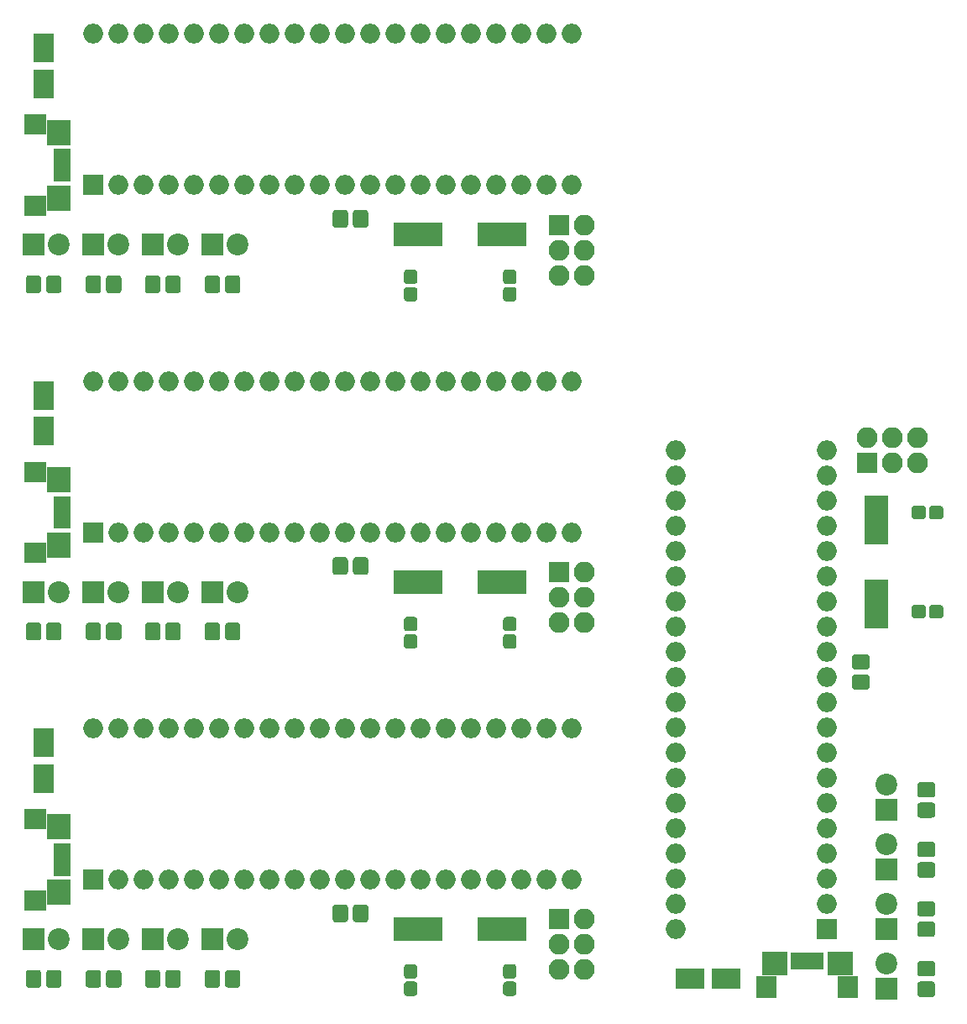
<source format=gts>
G04 #@! TF.GenerationSoftware,KiCad,Pcbnew,(5.0.0)*
G04 #@! TF.CreationDate,2018-11-07T00:59:44+09:00*
G04 #@! TF.ProjectId,gb_cart_flash,67625F636172745F666C6173682E6B69,rev?*
G04 #@! TF.SameCoordinates,Original*
G04 #@! TF.FileFunction,Soldermask,Top*
G04 #@! TF.FilePolarity,Negative*
%FSLAX46Y46*%
G04 Gerber Fmt 4.6, Leading zero omitted, Abs format (unit mm)*
G04 Created by KiCad (PCBNEW (5.0.0)) date 11/07/18 00:59:44*
%MOMM*%
%LPD*%
G01*
G04 APERTURE LIST*
%ADD10R,0.800000X1.750000*%
%ADD11R,2.500000X2.400000*%
%ADD12R,2.000000X2.300000*%
%ADD13C,2.200000*%
%ADD14R,2.200000X2.200000*%
%ADD15R,2.400000X4.900000*%
%ADD16O,2.000000X2.000000*%
%ADD17R,2.000000X2.000000*%
%ADD18C,0.100000*%
%ADD19C,1.550000*%
%ADD20R,3.000000X2.000000*%
%ADD21O,2.100000X2.100000*%
%ADD22R,2.100000X2.100000*%
%ADD23C,1.350000*%
%ADD24R,1.750000X0.800000*%
%ADD25R,2.400000X2.500000*%
%ADD26R,2.300000X2.000000*%
%ADD27R,4.900000X2.400000*%
%ADD28R,2.000000X3.000000*%
G04 APERTURE END LIST*
D10*
G04 #@! TO.C,J1*
X238300000Y-112175000D03*
X237650000Y-112175000D03*
X237000000Y-112175000D03*
X236350000Y-112175000D03*
X235700000Y-112175000D03*
D11*
X233700000Y-112500000D03*
X240300000Y-112500000D03*
D12*
X232900000Y-114850000D03*
X241100000Y-114850000D03*
G04 #@! TD*
D13*
G04 #@! TO.C,D3*
X245000000Y-100460000D03*
D14*
X245000000Y-103000000D03*
G04 #@! TD*
D15*
G04 #@! TO.C,Y1*
X244000000Y-76250000D03*
X244000000Y-67750000D03*
G04 #@! TD*
D16*
G04 #@! TO.C,U1*
X223760000Y-109000000D03*
X239000000Y-60740000D03*
X223760000Y-106460000D03*
X239000000Y-63280000D03*
X223760000Y-103920000D03*
X239000000Y-65820000D03*
X223760000Y-101380000D03*
X239000000Y-68360000D03*
X223760000Y-98840000D03*
X239000000Y-70900000D03*
X223760000Y-96300000D03*
X239000000Y-73440000D03*
X223760000Y-93760000D03*
X239000000Y-75980000D03*
X223760000Y-91220000D03*
X239000000Y-78520000D03*
X223760000Y-88680000D03*
X239000000Y-81060000D03*
X223760000Y-86140000D03*
X239000000Y-83600000D03*
X223760000Y-83600000D03*
X239000000Y-86140000D03*
X223760000Y-81060000D03*
X239000000Y-88680000D03*
X223760000Y-78520000D03*
X239000000Y-91220000D03*
X223760000Y-75980000D03*
X239000000Y-93760000D03*
X223760000Y-73440000D03*
X239000000Y-96300000D03*
X223760000Y-70900000D03*
X239000000Y-98840000D03*
X223760000Y-68360000D03*
X239000000Y-101380000D03*
X223760000Y-65820000D03*
X239000000Y-103920000D03*
X223760000Y-63280000D03*
X239000000Y-106460000D03*
X223760000Y-60740000D03*
D17*
X239000000Y-109000000D03*
G04 #@! TD*
D14*
G04 #@! TO.C,D4*
X245000000Y-97000000D03*
D13*
X245000000Y-94460000D03*
G04 #@! TD*
D18*
G04 #@! TO.C,R5*
G36*
X249596071Y-96226623D02*
X249628781Y-96231475D01*
X249660857Y-96239509D01*
X249691991Y-96250649D01*
X249721884Y-96264787D01*
X249750247Y-96281787D01*
X249776807Y-96301485D01*
X249801308Y-96323692D01*
X249823515Y-96348193D01*
X249843213Y-96374753D01*
X249860213Y-96403116D01*
X249874351Y-96433009D01*
X249885491Y-96464143D01*
X249893525Y-96496219D01*
X249898377Y-96528929D01*
X249900000Y-96561956D01*
X249900000Y-97438044D01*
X249898377Y-97471071D01*
X249893525Y-97503781D01*
X249885491Y-97535857D01*
X249874351Y-97566991D01*
X249860213Y-97596884D01*
X249843213Y-97625247D01*
X249823515Y-97651807D01*
X249801308Y-97676308D01*
X249776807Y-97698515D01*
X249750247Y-97718213D01*
X249721884Y-97735213D01*
X249691991Y-97749351D01*
X249660857Y-97760491D01*
X249628781Y-97768525D01*
X249596071Y-97773377D01*
X249563044Y-97775000D01*
X248436956Y-97775000D01*
X248403929Y-97773377D01*
X248371219Y-97768525D01*
X248339143Y-97760491D01*
X248308009Y-97749351D01*
X248278116Y-97735213D01*
X248249753Y-97718213D01*
X248223193Y-97698515D01*
X248198692Y-97676308D01*
X248176485Y-97651807D01*
X248156787Y-97625247D01*
X248139787Y-97596884D01*
X248125649Y-97566991D01*
X248114509Y-97535857D01*
X248106475Y-97503781D01*
X248101623Y-97471071D01*
X248100000Y-97438044D01*
X248100000Y-96561956D01*
X248101623Y-96528929D01*
X248106475Y-96496219D01*
X248114509Y-96464143D01*
X248125649Y-96433009D01*
X248139787Y-96403116D01*
X248156787Y-96374753D01*
X248176485Y-96348193D01*
X248198692Y-96323692D01*
X248223193Y-96301485D01*
X248249753Y-96281787D01*
X248278116Y-96264787D01*
X248308009Y-96250649D01*
X248339143Y-96239509D01*
X248371219Y-96231475D01*
X248403929Y-96226623D01*
X248436956Y-96225000D01*
X249563044Y-96225000D01*
X249596071Y-96226623D01*
X249596071Y-96226623D01*
G37*
D19*
X249000000Y-97000000D03*
D18*
G36*
X249596071Y-94176623D02*
X249628781Y-94181475D01*
X249660857Y-94189509D01*
X249691991Y-94200649D01*
X249721884Y-94214787D01*
X249750247Y-94231787D01*
X249776807Y-94251485D01*
X249801308Y-94273692D01*
X249823515Y-94298193D01*
X249843213Y-94324753D01*
X249860213Y-94353116D01*
X249874351Y-94383009D01*
X249885491Y-94414143D01*
X249893525Y-94446219D01*
X249898377Y-94478929D01*
X249900000Y-94511956D01*
X249900000Y-95388044D01*
X249898377Y-95421071D01*
X249893525Y-95453781D01*
X249885491Y-95485857D01*
X249874351Y-95516991D01*
X249860213Y-95546884D01*
X249843213Y-95575247D01*
X249823515Y-95601807D01*
X249801308Y-95626308D01*
X249776807Y-95648515D01*
X249750247Y-95668213D01*
X249721884Y-95685213D01*
X249691991Y-95699351D01*
X249660857Y-95710491D01*
X249628781Y-95718525D01*
X249596071Y-95723377D01*
X249563044Y-95725000D01*
X248436956Y-95725000D01*
X248403929Y-95723377D01*
X248371219Y-95718525D01*
X248339143Y-95710491D01*
X248308009Y-95699351D01*
X248278116Y-95685213D01*
X248249753Y-95668213D01*
X248223193Y-95648515D01*
X248198692Y-95626308D01*
X248176485Y-95601807D01*
X248156787Y-95575247D01*
X248139787Y-95546884D01*
X248125649Y-95516991D01*
X248114509Y-95485857D01*
X248106475Y-95453781D01*
X248101623Y-95421071D01*
X248100000Y-95388044D01*
X248100000Y-94511956D01*
X248101623Y-94478929D01*
X248106475Y-94446219D01*
X248114509Y-94414143D01*
X248125649Y-94383009D01*
X248139787Y-94353116D01*
X248156787Y-94324753D01*
X248176485Y-94298193D01*
X248198692Y-94273692D01*
X248223193Y-94251485D01*
X248249753Y-94231787D01*
X248278116Y-94214787D01*
X248308009Y-94200649D01*
X248339143Y-94189509D01*
X248371219Y-94181475D01*
X248403929Y-94176623D01*
X248436956Y-94175000D01*
X249563044Y-94175000D01*
X249596071Y-94176623D01*
X249596071Y-94176623D01*
G37*
D19*
X249000000Y-94950000D03*
G04 #@! TD*
D18*
G04 #@! TO.C,R4*
G36*
X249596071Y-100201623D02*
X249628781Y-100206475D01*
X249660857Y-100214509D01*
X249691991Y-100225649D01*
X249721884Y-100239787D01*
X249750247Y-100256787D01*
X249776807Y-100276485D01*
X249801308Y-100298692D01*
X249823515Y-100323193D01*
X249843213Y-100349753D01*
X249860213Y-100378116D01*
X249874351Y-100408009D01*
X249885491Y-100439143D01*
X249893525Y-100471219D01*
X249898377Y-100503929D01*
X249900000Y-100536956D01*
X249900000Y-101413044D01*
X249898377Y-101446071D01*
X249893525Y-101478781D01*
X249885491Y-101510857D01*
X249874351Y-101541991D01*
X249860213Y-101571884D01*
X249843213Y-101600247D01*
X249823515Y-101626807D01*
X249801308Y-101651308D01*
X249776807Y-101673515D01*
X249750247Y-101693213D01*
X249721884Y-101710213D01*
X249691991Y-101724351D01*
X249660857Y-101735491D01*
X249628781Y-101743525D01*
X249596071Y-101748377D01*
X249563044Y-101750000D01*
X248436956Y-101750000D01*
X248403929Y-101748377D01*
X248371219Y-101743525D01*
X248339143Y-101735491D01*
X248308009Y-101724351D01*
X248278116Y-101710213D01*
X248249753Y-101693213D01*
X248223193Y-101673515D01*
X248198692Y-101651308D01*
X248176485Y-101626807D01*
X248156787Y-101600247D01*
X248139787Y-101571884D01*
X248125649Y-101541991D01*
X248114509Y-101510857D01*
X248106475Y-101478781D01*
X248101623Y-101446071D01*
X248100000Y-101413044D01*
X248100000Y-100536956D01*
X248101623Y-100503929D01*
X248106475Y-100471219D01*
X248114509Y-100439143D01*
X248125649Y-100408009D01*
X248139787Y-100378116D01*
X248156787Y-100349753D01*
X248176485Y-100323193D01*
X248198692Y-100298692D01*
X248223193Y-100276485D01*
X248249753Y-100256787D01*
X248278116Y-100239787D01*
X248308009Y-100225649D01*
X248339143Y-100214509D01*
X248371219Y-100206475D01*
X248403929Y-100201623D01*
X248436956Y-100200000D01*
X249563044Y-100200000D01*
X249596071Y-100201623D01*
X249596071Y-100201623D01*
G37*
D19*
X249000000Y-100975000D03*
D18*
G36*
X249596071Y-102251623D02*
X249628781Y-102256475D01*
X249660857Y-102264509D01*
X249691991Y-102275649D01*
X249721884Y-102289787D01*
X249750247Y-102306787D01*
X249776807Y-102326485D01*
X249801308Y-102348692D01*
X249823515Y-102373193D01*
X249843213Y-102399753D01*
X249860213Y-102428116D01*
X249874351Y-102458009D01*
X249885491Y-102489143D01*
X249893525Y-102521219D01*
X249898377Y-102553929D01*
X249900000Y-102586956D01*
X249900000Y-103463044D01*
X249898377Y-103496071D01*
X249893525Y-103528781D01*
X249885491Y-103560857D01*
X249874351Y-103591991D01*
X249860213Y-103621884D01*
X249843213Y-103650247D01*
X249823515Y-103676807D01*
X249801308Y-103701308D01*
X249776807Y-103723515D01*
X249750247Y-103743213D01*
X249721884Y-103760213D01*
X249691991Y-103774351D01*
X249660857Y-103785491D01*
X249628781Y-103793525D01*
X249596071Y-103798377D01*
X249563044Y-103800000D01*
X248436956Y-103800000D01*
X248403929Y-103798377D01*
X248371219Y-103793525D01*
X248339143Y-103785491D01*
X248308009Y-103774351D01*
X248278116Y-103760213D01*
X248249753Y-103743213D01*
X248223193Y-103723515D01*
X248198692Y-103701308D01*
X248176485Y-103676807D01*
X248156787Y-103650247D01*
X248139787Y-103621884D01*
X248125649Y-103591991D01*
X248114509Y-103560857D01*
X248106475Y-103528781D01*
X248101623Y-103496071D01*
X248100000Y-103463044D01*
X248100000Y-102586956D01*
X248101623Y-102553929D01*
X248106475Y-102521219D01*
X248114509Y-102489143D01*
X248125649Y-102458009D01*
X248139787Y-102428116D01*
X248156787Y-102399753D01*
X248176485Y-102373193D01*
X248198692Y-102348692D01*
X248223193Y-102326485D01*
X248249753Y-102306787D01*
X248278116Y-102289787D01*
X248308009Y-102275649D01*
X248339143Y-102264509D01*
X248371219Y-102256475D01*
X248403929Y-102251623D01*
X248436956Y-102250000D01*
X249563044Y-102250000D01*
X249596071Y-102251623D01*
X249596071Y-102251623D01*
G37*
D19*
X249000000Y-103025000D03*
G04 #@! TD*
D18*
G04 #@! TO.C,R3*
G36*
X249596071Y-106176623D02*
X249628781Y-106181475D01*
X249660857Y-106189509D01*
X249691991Y-106200649D01*
X249721884Y-106214787D01*
X249750247Y-106231787D01*
X249776807Y-106251485D01*
X249801308Y-106273692D01*
X249823515Y-106298193D01*
X249843213Y-106324753D01*
X249860213Y-106353116D01*
X249874351Y-106383009D01*
X249885491Y-106414143D01*
X249893525Y-106446219D01*
X249898377Y-106478929D01*
X249900000Y-106511956D01*
X249900000Y-107388044D01*
X249898377Y-107421071D01*
X249893525Y-107453781D01*
X249885491Y-107485857D01*
X249874351Y-107516991D01*
X249860213Y-107546884D01*
X249843213Y-107575247D01*
X249823515Y-107601807D01*
X249801308Y-107626308D01*
X249776807Y-107648515D01*
X249750247Y-107668213D01*
X249721884Y-107685213D01*
X249691991Y-107699351D01*
X249660857Y-107710491D01*
X249628781Y-107718525D01*
X249596071Y-107723377D01*
X249563044Y-107725000D01*
X248436956Y-107725000D01*
X248403929Y-107723377D01*
X248371219Y-107718525D01*
X248339143Y-107710491D01*
X248308009Y-107699351D01*
X248278116Y-107685213D01*
X248249753Y-107668213D01*
X248223193Y-107648515D01*
X248198692Y-107626308D01*
X248176485Y-107601807D01*
X248156787Y-107575247D01*
X248139787Y-107546884D01*
X248125649Y-107516991D01*
X248114509Y-107485857D01*
X248106475Y-107453781D01*
X248101623Y-107421071D01*
X248100000Y-107388044D01*
X248100000Y-106511956D01*
X248101623Y-106478929D01*
X248106475Y-106446219D01*
X248114509Y-106414143D01*
X248125649Y-106383009D01*
X248139787Y-106353116D01*
X248156787Y-106324753D01*
X248176485Y-106298193D01*
X248198692Y-106273692D01*
X248223193Y-106251485D01*
X248249753Y-106231787D01*
X248278116Y-106214787D01*
X248308009Y-106200649D01*
X248339143Y-106189509D01*
X248371219Y-106181475D01*
X248403929Y-106176623D01*
X248436956Y-106175000D01*
X249563044Y-106175000D01*
X249596071Y-106176623D01*
X249596071Y-106176623D01*
G37*
D19*
X249000000Y-106950000D03*
D18*
G36*
X249596071Y-108226623D02*
X249628781Y-108231475D01*
X249660857Y-108239509D01*
X249691991Y-108250649D01*
X249721884Y-108264787D01*
X249750247Y-108281787D01*
X249776807Y-108301485D01*
X249801308Y-108323692D01*
X249823515Y-108348193D01*
X249843213Y-108374753D01*
X249860213Y-108403116D01*
X249874351Y-108433009D01*
X249885491Y-108464143D01*
X249893525Y-108496219D01*
X249898377Y-108528929D01*
X249900000Y-108561956D01*
X249900000Y-109438044D01*
X249898377Y-109471071D01*
X249893525Y-109503781D01*
X249885491Y-109535857D01*
X249874351Y-109566991D01*
X249860213Y-109596884D01*
X249843213Y-109625247D01*
X249823515Y-109651807D01*
X249801308Y-109676308D01*
X249776807Y-109698515D01*
X249750247Y-109718213D01*
X249721884Y-109735213D01*
X249691991Y-109749351D01*
X249660857Y-109760491D01*
X249628781Y-109768525D01*
X249596071Y-109773377D01*
X249563044Y-109775000D01*
X248436956Y-109775000D01*
X248403929Y-109773377D01*
X248371219Y-109768525D01*
X248339143Y-109760491D01*
X248308009Y-109749351D01*
X248278116Y-109735213D01*
X248249753Y-109718213D01*
X248223193Y-109698515D01*
X248198692Y-109676308D01*
X248176485Y-109651807D01*
X248156787Y-109625247D01*
X248139787Y-109596884D01*
X248125649Y-109566991D01*
X248114509Y-109535857D01*
X248106475Y-109503781D01*
X248101623Y-109471071D01*
X248100000Y-109438044D01*
X248100000Y-108561956D01*
X248101623Y-108528929D01*
X248106475Y-108496219D01*
X248114509Y-108464143D01*
X248125649Y-108433009D01*
X248139787Y-108403116D01*
X248156787Y-108374753D01*
X248176485Y-108348193D01*
X248198692Y-108323692D01*
X248223193Y-108301485D01*
X248249753Y-108281787D01*
X248278116Y-108264787D01*
X248308009Y-108250649D01*
X248339143Y-108239509D01*
X248371219Y-108231475D01*
X248403929Y-108226623D01*
X248436956Y-108225000D01*
X249563044Y-108225000D01*
X249596071Y-108226623D01*
X249596071Y-108226623D01*
G37*
D19*
X249000000Y-109000000D03*
G04 #@! TD*
D20*
G04 #@! TO.C,C6*
X228800000Y-114000000D03*
X225200000Y-114000000D03*
G04 #@! TD*
D18*
G04 #@! TO.C,R2*
G36*
X249596071Y-114276623D02*
X249628781Y-114281475D01*
X249660857Y-114289509D01*
X249691991Y-114300649D01*
X249721884Y-114314787D01*
X249750247Y-114331787D01*
X249776807Y-114351485D01*
X249801308Y-114373692D01*
X249823515Y-114398193D01*
X249843213Y-114424753D01*
X249860213Y-114453116D01*
X249874351Y-114483009D01*
X249885491Y-114514143D01*
X249893525Y-114546219D01*
X249898377Y-114578929D01*
X249900000Y-114611956D01*
X249900000Y-115488044D01*
X249898377Y-115521071D01*
X249893525Y-115553781D01*
X249885491Y-115585857D01*
X249874351Y-115616991D01*
X249860213Y-115646884D01*
X249843213Y-115675247D01*
X249823515Y-115701807D01*
X249801308Y-115726308D01*
X249776807Y-115748515D01*
X249750247Y-115768213D01*
X249721884Y-115785213D01*
X249691991Y-115799351D01*
X249660857Y-115810491D01*
X249628781Y-115818525D01*
X249596071Y-115823377D01*
X249563044Y-115825000D01*
X248436956Y-115825000D01*
X248403929Y-115823377D01*
X248371219Y-115818525D01*
X248339143Y-115810491D01*
X248308009Y-115799351D01*
X248278116Y-115785213D01*
X248249753Y-115768213D01*
X248223193Y-115748515D01*
X248198692Y-115726308D01*
X248176485Y-115701807D01*
X248156787Y-115675247D01*
X248139787Y-115646884D01*
X248125649Y-115616991D01*
X248114509Y-115585857D01*
X248106475Y-115553781D01*
X248101623Y-115521071D01*
X248100000Y-115488044D01*
X248100000Y-114611956D01*
X248101623Y-114578929D01*
X248106475Y-114546219D01*
X248114509Y-114514143D01*
X248125649Y-114483009D01*
X248139787Y-114453116D01*
X248156787Y-114424753D01*
X248176485Y-114398193D01*
X248198692Y-114373692D01*
X248223193Y-114351485D01*
X248249753Y-114331787D01*
X248278116Y-114314787D01*
X248308009Y-114300649D01*
X248339143Y-114289509D01*
X248371219Y-114281475D01*
X248403929Y-114276623D01*
X248436956Y-114275000D01*
X249563044Y-114275000D01*
X249596071Y-114276623D01*
X249596071Y-114276623D01*
G37*
D19*
X249000000Y-115050000D03*
D18*
G36*
X249596071Y-112226623D02*
X249628781Y-112231475D01*
X249660857Y-112239509D01*
X249691991Y-112250649D01*
X249721884Y-112264787D01*
X249750247Y-112281787D01*
X249776807Y-112301485D01*
X249801308Y-112323692D01*
X249823515Y-112348193D01*
X249843213Y-112374753D01*
X249860213Y-112403116D01*
X249874351Y-112433009D01*
X249885491Y-112464143D01*
X249893525Y-112496219D01*
X249898377Y-112528929D01*
X249900000Y-112561956D01*
X249900000Y-113438044D01*
X249898377Y-113471071D01*
X249893525Y-113503781D01*
X249885491Y-113535857D01*
X249874351Y-113566991D01*
X249860213Y-113596884D01*
X249843213Y-113625247D01*
X249823515Y-113651807D01*
X249801308Y-113676308D01*
X249776807Y-113698515D01*
X249750247Y-113718213D01*
X249721884Y-113735213D01*
X249691991Y-113749351D01*
X249660857Y-113760491D01*
X249628781Y-113768525D01*
X249596071Y-113773377D01*
X249563044Y-113775000D01*
X248436956Y-113775000D01*
X248403929Y-113773377D01*
X248371219Y-113768525D01*
X248339143Y-113760491D01*
X248308009Y-113749351D01*
X248278116Y-113735213D01*
X248249753Y-113718213D01*
X248223193Y-113698515D01*
X248198692Y-113676308D01*
X248176485Y-113651807D01*
X248156787Y-113625247D01*
X248139787Y-113596884D01*
X248125649Y-113566991D01*
X248114509Y-113535857D01*
X248106475Y-113503781D01*
X248101623Y-113471071D01*
X248100000Y-113438044D01*
X248100000Y-112561956D01*
X248101623Y-112528929D01*
X248106475Y-112496219D01*
X248114509Y-112464143D01*
X248125649Y-112433009D01*
X248139787Y-112403116D01*
X248156787Y-112374753D01*
X248176485Y-112348193D01*
X248198692Y-112323692D01*
X248223193Y-112301485D01*
X248249753Y-112281787D01*
X248278116Y-112264787D01*
X248308009Y-112250649D01*
X248339143Y-112239509D01*
X248371219Y-112231475D01*
X248403929Y-112226623D01*
X248436956Y-112225000D01*
X249563044Y-112225000D01*
X249596071Y-112226623D01*
X249596071Y-112226623D01*
G37*
D19*
X249000000Y-113000000D03*
G04 #@! TD*
D13*
G04 #@! TO.C,D1*
X245000000Y-112460000D03*
D14*
X245000000Y-115000000D03*
G04 #@! TD*
G04 #@! TO.C,D2*
X245000000Y-109000000D03*
D13*
X245000000Y-106460000D03*
G04 #@! TD*
D21*
G04 #@! TO.C,J3*
X248080000Y-59460000D03*
X248080000Y-62000000D03*
X245540000Y-59460000D03*
X245540000Y-62000000D03*
X243000000Y-59460000D03*
D22*
X243000000Y-62000000D03*
G04 #@! TD*
D18*
G04 #@! TO.C,C3*
G36*
X242996071Y-83326623D02*
X243028781Y-83331475D01*
X243060857Y-83339509D01*
X243091991Y-83350649D01*
X243121884Y-83364787D01*
X243150247Y-83381787D01*
X243176807Y-83401485D01*
X243201308Y-83423692D01*
X243223515Y-83448193D01*
X243243213Y-83474753D01*
X243260213Y-83503116D01*
X243274351Y-83533009D01*
X243285491Y-83564143D01*
X243293525Y-83596219D01*
X243298377Y-83628929D01*
X243300000Y-83661956D01*
X243300000Y-84538044D01*
X243298377Y-84571071D01*
X243293525Y-84603781D01*
X243285491Y-84635857D01*
X243274351Y-84666991D01*
X243260213Y-84696884D01*
X243243213Y-84725247D01*
X243223515Y-84751807D01*
X243201308Y-84776308D01*
X243176807Y-84798515D01*
X243150247Y-84818213D01*
X243121884Y-84835213D01*
X243091991Y-84849351D01*
X243060857Y-84860491D01*
X243028781Y-84868525D01*
X242996071Y-84873377D01*
X242963044Y-84875000D01*
X241836956Y-84875000D01*
X241803929Y-84873377D01*
X241771219Y-84868525D01*
X241739143Y-84860491D01*
X241708009Y-84849351D01*
X241678116Y-84835213D01*
X241649753Y-84818213D01*
X241623193Y-84798515D01*
X241598692Y-84776308D01*
X241576485Y-84751807D01*
X241556787Y-84725247D01*
X241539787Y-84696884D01*
X241525649Y-84666991D01*
X241514509Y-84635857D01*
X241506475Y-84603781D01*
X241501623Y-84571071D01*
X241500000Y-84538044D01*
X241500000Y-83661956D01*
X241501623Y-83628929D01*
X241506475Y-83596219D01*
X241514509Y-83564143D01*
X241525649Y-83533009D01*
X241539787Y-83503116D01*
X241556787Y-83474753D01*
X241576485Y-83448193D01*
X241598692Y-83423692D01*
X241623193Y-83401485D01*
X241649753Y-83381787D01*
X241678116Y-83364787D01*
X241708009Y-83350649D01*
X241739143Y-83339509D01*
X241771219Y-83331475D01*
X241803929Y-83326623D01*
X241836956Y-83325000D01*
X242963044Y-83325000D01*
X242996071Y-83326623D01*
X242996071Y-83326623D01*
G37*
D19*
X242400000Y-84100000D03*
D18*
G36*
X242996071Y-81276623D02*
X243028781Y-81281475D01*
X243060857Y-81289509D01*
X243091991Y-81300649D01*
X243121884Y-81314787D01*
X243150247Y-81331787D01*
X243176807Y-81351485D01*
X243201308Y-81373692D01*
X243223515Y-81398193D01*
X243243213Y-81424753D01*
X243260213Y-81453116D01*
X243274351Y-81483009D01*
X243285491Y-81514143D01*
X243293525Y-81546219D01*
X243298377Y-81578929D01*
X243300000Y-81611956D01*
X243300000Y-82488044D01*
X243298377Y-82521071D01*
X243293525Y-82553781D01*
X243285491Y-82585857D01*
X243274351Y-82616991D01*
X243260213Y-82646884D01*
X243243213Y-82675247D01*
X243223515Y-82701807D01*
X243201308Y-82726308D01*
X243176807Y-82748515D01*
X243150247Y-82768213D01*
X243121884Y-82785213D01*
X243091991Y-82799351D01*
X243060857Y-82810491D01*
X243028781Y-82818525D01*
X242996071Y-82823377D01*
X242963044Y-82825000D01*
X241836956Y-82825000D01*
X241803929Y-82823377D01*
X241771219Y-82818525D01*
X241739143Y-82810491D01*
X241708009Y-82799351D01*
X241678116Y-82785213D01*
X241649753Y-82768213D01*
X241623193Y-82748515D01*
X241598692Y-82726308D01*
X241576485Y-82701807D01*
X241556787Y-82675247D01*
X241539787Y-82646884D01*
X241525649Y-82616991D01*
X241514509Y-82585857D01*
X241506475Y-82553781D01*
X241501623Y-82521071D01*
X241500000Y-82488044D01*
X241500000Y-81611956D01*
X241501623Y-81578929D01*
X241506475Y-81546219D01*
X241514509Y-81514143D01*
X241525649Y-81483009D01*
X241539787Y-81453116D01*
X241556787Y-81424753D01*
X241576485Y-81398193D01*
X241598692Y-81373692D01*
X241623193Y-81351485D01*
X241649753Y-81331787D01*
X241678116Y-81314787D01*
X241708009Y-81300649D01*
X241739143Y-81289509D01*
X241771219Y-81281475D01*
X241803929Y-81276623D01*
X241836956Y-81275000D01*
X242963044Y-81275000D01*
X242996071Y-81276623D01*
X242996071Y-81276623D01*
G37*
D19*
X242400000Y-82050000D03*
G04 #@! TD*
D18*
G04 #@! TO.C,C2*
G36*
X248670581Y-76326625D02*
X248703343Y-76331485D01*
X248735471Y-76339533D01*
X248766656Y-76350691D01*
X248796596Y-76364852D01*
X248825005Y-76381879D01*
X248851608Y-76401609D01*
X248876149Y-76423851D01*
X248898391Y-76448392D01*
X248918121Y-76474995D01*
X248935148Y-76503404D01*
X248949309Y-76533344D01*
X248960467Y-76564529D01*
X248968515Y-76596657D01*
X248973375Y-76629419D01*
X248975000Y-76662500D01*
X248975000Y-77337500D01*
X248973375Y-77370581D01*
X248968515Y-77403343D01*
X248960467Y-77435471D01*
X248949309Y-77466656D01*
X248935148Y-77496596D01*
X248918121Y-77525005D01*
X248898391Y-77551608D01*
X248876149Y-77576149D01*
X248851608Y-77598391D01*
X248825005Y-77618121D01*
X248796596Y-77635148D01*
X248766656Y-77649309D01*
X248735471Y-77660467D01*
X248703343Y-77668515D01*
X248670581Y-77673375D01*
X248637500Y-77675000D01*
X247862500Y-77675000D01*
X247829419Y-77673375D01*
X247796657Y-77668515D01*
X247764529Y-77660467D01*
X247733344Y-77649309D01*
X247703404Y-77635148D01*
X247674995Y-77618121D01*
X247648392Y-77598391D01*
X247623851Y-77576149D01*
X247601609Y-77551608D01*
X247581879Y-77525005D01*
X247564852Y-77496596D01*
X247550691Y-77466656D01*
X247539533Y-77435471D01*
X247531485Y-77403343D01*
X247526625Y-77370581D01*
X247525000Y-77337500D01*
X247525000Y-76662500D01*
X247526625Y-76629419D01*
X247531485Y-76596657D01*
X247539533Y-76564529D01*
X247550691Y-76533344D01*
X247564852Y-76503404D01*
X247581879Y-76474995D01*
X247601609Y-76448392D01*
X247623851Y-76423851D01*
X247648392Y-76401609D01*
X247674995Y-76381879D01*
X247703404Y-76364852D01*
X247733344Y-76350691D01*
X247764529Y-76339533D01*
X247796657Y-76331485D01*
X247829419Y-76326625D01*
X247862500Y-76325000D01*
X248637500Y-76325000D01*
X248670581Y-76326625D01*
X248670581Y-76326625D01*
G37*
D23*
X248250000Y-77000000D03*
D18*
G36*
X250420581Y-76326625D02*
X250453343Y-76331485D01*
X250485471Y-76339533D01*
X250516656Y-76350691D01*
X250546596Y-76364852D01*
X250575005Y-76381879D01*
X250601608Y-76401609D01*
X250626149Y-76423851D01*
X250648391Y-76448392D01*
X250668121Y-76474995D01*
X250685148Y-76503404D01*
X250699309Y-76533344D01*
X250710467Y-76564529D01*
X250718515Y-76596657D01*
X250723375Y-76629419D01*
X250725000Y-76662500D01*
X250725000Y-77337500D01*
X250723375Y-77370581D01*
X250718515Y-77403343D01*
X250710467Y-77435471D01*
X250699309Y-77466656D01*
X250685148Y-77496596D01*
X250668121Y-77525005D01*
X250648391Y-77551608D01*
X250626149Y-77576149D01*
X250601608Y-77598391D01*
X250575005Y-77618121D01*
X250546596Y-77635148D01*
X250516656Y-77649309D01*
X250485471Y-77660467D01*
X250453343Y-77668515D01*
X250420581Y-77673375D01*
X250387500Y-77675000D01*
X249612500Y-77675000D01*
X249579419Y-77673375D01*
X249546657Y-77668515D01*
X249514529Y-77660467D01*
X249483344Y-77649309D01*
X249453404Y-77635148D01*
X249424995Y-77618121D01*
X249398392Y-77598391D01*
X249373851Y-77576149D01*
X249351609Y-77551608D01*
X249331879Y-77525005D01*
X249314852Y-77496596D01*
X249300691Y-77466656D01*
X249289533Y-77435471D01*
X249281485Y-77403343D01*
X249276625Y-77370581D01*
X249275000Y-77337500D01*
X249275000Y-76662500D01*
X249276625Y-76629419D01*
X249281485Y-76596657D01*
X249289533Y-76564529D01*
X249300691Y-76533344D01*
X249314852Y-76503404D01*
X249331879Y-76474995D01*
X249351609Y-76448392D01*
X249373851Y-76423851D01*
X249398392Y-76401609D01*
X249424995Y-76381879D01*
X249453404Y-76364852D01*
X249483344Y-76350691D01*
X249514529Y-76339533D01*
X249546657Y-76331485D01*
X249579419Y-76326625D01*
X249612500Y-76325000D01*
X250387500Y-76325000D01*
X250420581Y-76326625D01*
X250420581Y-76326625D01*
G37*
D23*
X250000000Y-77000000D03*
G04 #@! TD*
D18*
G04 #@! TO.C,C1*
G36*
X250420581Y-66326625D02*
X250453343Y-66331485D01*
X250485471Y-66339533D01*
X250516656Y-66350691D01*
X250546596Y-66364852D01*
X250575005Y-66381879D01*
X250601608Y-66401609D01*
X250626149Y-66423851D01*
X250648391Y-66448392D01*
X250668121Y-66474995D01*
X250685148Y-66503404D01*
X250699309Y-66533344D01*
X250710467Y-66564529D01*
X250718515Y-66596657D01*
X250723375Y-66629419D01*
X250725000Y-66662500D01*
X250725000Y-67337500D01*
X250723375Y-67370581D01*
X250718515Y-67403343D01*
X250710467Y-67435471D01*
X250699309Y-67466656D01*
X250685148Y-67496596D01*
X250668121Y-67525005D01*
X250648391Y-67551608D01*
X250626149Y-67576149D01*
X250601608Y-67598391D01*
X250575005Y-67618121D01*
X250546596Y-67635148D01*
X250516656Y-67649309D01*
X250485471Y-67660467D01*
X250453343Y-67668515D01*
X250420581Y-67673375D01*
X250387500Y-67675000D01*
X249612500Y-67675000D01*
X249579419Y-67673375D01*
X249546657Y-67668515D01*
X249514529Y-67660467D01*
X249483344Y-67649309D01*
X249453404Y-67635148D01*
X249424995Y-67618121D01*
X249398392Y-67598391D01*
X249373851Y-67576149D01*
X249351609Y-67551608D01*
X249331879Y-67525005D01*
X249314852Y-67496596D01*
X249300691Y-67466656D01*
X249289533Y-67435471D01*
X249281485Y-67403343D01*
X249276625Y-67370581D01*
X249275000Y-67337500D01*
X249275000Y-66662500D01*
X249276625Y-66629419D01*
X249281485Y-66596657D01*
X249289533Y-66564529D01*
X249300691Y-66533344D01*
X249314852Y-66503404D01*
X249331879Y-66474995D01*
X249351609Y-66448392D01*
X249373851Y-66423851D01*
X249398392Y-66401609D01*
X249424995Y-66381879D01*
X249453404Y-66364852D01*
X249483344Y-66350691D01*
X249514529Y-66339533D01*
X249546657Y-66331485D01*
X249579419Y-66326625D01*
X249612500Y-66325000D01*
X250387500Y-66325000D01*
X250420581Y-66326625D01*
X250420581Y-66326625D01*
G37*
D23*
X250000000Y-67000000D03*
D18*
G36*
X248670581Y-66326625D02*
X248703343Y-66331485D01*
X248735471Y-66339533D01*
X248766656Y-66350691D01*
X248796596Y-66364852D01*
X248825005Y-66381879D01*
X248851608Y-66401609D01*
X248876149Y-66423851D01*
X248898391Y-66448392D01*
X248918121Y-66474995D01*
X248935148Y-66503404D01*
X248949309Y-66533344D01*
X248960467Y-66564529D01*
X248968515Y-66596657D01*
X248973375Y-66629419D01*
X248975000Y-66662500D01*
X248975000Y-67337500D01*
X248973375Y-67370581D01*
X248968515Y-67403343D01*
X248960467Y-67435471D01*
X248949309Y-67466656D01*
X248935148Y-67496596D01*
X248918121Y-67525005D01*
X248898391Y-67551608D01*
X248876149Y-67576149D01*
X248851608Y-67598391D01*
X248825005Y-67618121D01*
X248796596Y-67635148D01*
X248766656Y-67649309D01*
X248735471Y-67660467D01*
X248703343Y-67668515D01*
X248670581Y-67673375D01*
X248637500Y-67675000D01*
X247862500Y-67675000D01*
X247829419Y-67673375D01*
X247796657Y-67668515D01*
X247764529Y-67660467D01*
X247733344Y-67649309D01*
X247703404Y-67635148D01*
X247674995Y-67618121D01*
X247648392Y-67598391D01*
X247623851Y-67576149D01*
X247601609Y-67551608D01*
X247581879Y-67525005D01*
X247564852Y-67496596D01*
X247550691Y-67466656D01*
X247539533Y-67435471D01*
X247531485Y-67403343D01*
X247526625Y-67370581D01*
X247525000Y-67337500D01*
X247525000Y-66662500D01*
X247526625Y-66629419D01*
X247531485Y-66596657D01*
X247539533Y-66564529D01*
X247550691Y-66533344D01*
X247564852Y-66503404D01*
X247581879Y-66474995D01*
X247601609Y-66448392D01*
X247623851Y-66423851D01*
X247648392Y-66401609D01*
X247674995Y-66381879D01*
X247703404Y-66364852D01*
X247733344Y-66350691D01*
X247764529Y-66339533D01*
X247796657Y-66331485D01*
X247829419Y-66326625D01*
X247862500Y-66325000D01*
X248637500Y-66325000D01*
X248670581Y-66326625D01*
X248670581Y-66326625D01*
G37*
D23*
X248250000Y-67000000D03*
G04 #@! TD*
D24*
G04 #@! TO.C,J1*
X161825000Y-33300000D03*
X161825000Y-32650000D03*
X161825000Y-32000000D03*
X161825000Y-31350000D03*
X161825000Y-30700000D03*
D25*
X161500000Y-28700000D03*
X161500000Y-35300000D03*
D26*
X159150000Y-27900000D03*
X159150000Y-36100000D03*
G04 #@! TD*
D13*
G04 #@! TO.C,D3*
X173540000Y-40000000D03*
D14*
X171000000Y-40000000D03*
G04 #@! TD*
D27*
G04 #@! TO.C,Y1*
X197750000Y-39000000D03*
X206250000Y-39000000D03*
G04 #@! TD*
D16*
G04 #@! TO.C,U1*
X165000000Y-18760000D03*
X213260000Y-34000000D03*
X167540000Y-18760000D03*
X210720000Y-34000000D03*
X170080000Y-18760000D03*
X208180000Y-34000000D03*
X172620000Y-18760000D03*
X205640000Y-34000000D03*
X175160000Y-18760000D03*
X203100000Y-34000000D03*
X177700000Y-18760000D03*
X200560000Y-34000000D03*
X180240000Y-18760000D03*
X198020000Y-34000000D03*
X182780000Y-18760000D03*
X195480000Y-34000000D03*
X185320000Y-18760000D03*
X192940000Y-34000000D03*
X187860000Y-18760000D03*
X190400000Y-34000000D03*
X190400000Y-18760000D03*
X187860000Y-34000000D03*
X192940000Y-18760000D03*
X185320000Y-34000000D03*
X195480000Y-18760000D03*
X182780000Y-34000000D03*
X198020000Y-18760000D03*
X180240000Y-34000000D03*
X200560000Y-18760000D03*
X177700000Y-34000000D03*
X203100000Y-18760000D03*
X175160000Y-34000000D03*
X205640000Y-18760000D03*
X172620000Y-34000000D03*
X208180000Y-18760000D03*
X170080000Y-34000000D03*
X210720000Y-18760000D03*
X167540000Y-34000000D03*
X213260000Y-18760000D03*
D17*
X165000000Y-34000000D03*
G04 #@! TD*
D14*
G04 #@! TO.C,D4*
X177000000Y-40000000D03*
D13*
X179540000Y-40000000D03*
G04 #@! TD*
D18*
G04 #@! TO.C,R5*
G36*
X177471071Y-43101623D02*
X177503781Y-43106475D01*
X177535857Y-43114509D01*
X177566991Y-43125649D01*
X177596884Y-43139787D01*
X177625247Y-43156787D01*
X177651807Y-43176485D01*
X177676308Y-43198692D01*
X177698515Y-43223193D01*
X177718213Y-43249753D01*
X177735213Y-43278116D01*
X177749351Y-43308009D01*
X177760491Y-43339143D01*
X177768525Y-43371219D01*
X177773377Y-43403929D01*
X177775000Y-43436956D01*
X177775000Y-44563044D01*
X177773377Y-44596071D01*
X177768525Y-44628781D01*
X177760491Y-44660857D01*
X177749351Y-44691991D01*
X177735213Y-44721884D01*
X177718213Y-44750247D01*
X177698515Y-44776807D01*
X177676308Y-44801308D01*
X177651807Y-44823515D01*
X177625247Y-44843213D01*
X177596884Y-44860213D01*
X177566991Y-44874351D01*
X177535857Y-44885491D01*
X177503781Y-44893525D01*
X177471071Y-44898377D01*
X177438044Y-44900000D01*
X176561956Y-44900000D01*
X176528929Y-44898377D01*
X176496219Y-44893525D01*
X176464143Y-44885491D01*
X176433009Y-44874351D01*
X176403116Y-44860213D01*
X176374753Y-44843213D01*
X176348193Y-44823515D01*
X176323692Y-44801308D01*
X176301485Y-44776807D01*
X176281787Y-44750247D01*
X176264787Y-44721884D01*
X176250649Y-44691991D01*
X176239509Y-44660857D01*
X176231475Y-44628781D01*
X176226623Y-44596071D01*
X176225000Y-44563044D01*
X176225000Y-43436956D01*
X176226623Y-43403929D01*
X176231475Y-43371219D01*
X176239509Y-43339143D01*
X176250649Y-43308009D01*
X176264787Y-43278116D01*
X176281787Y-43249753D01*
X176301485Y-43223193D01*
X176323692Y-43198692D01*
X176348193Y-43176485D01*
X176374753Y-43156787D01*
X176403116Y-43139787D01*
X176433009Y-43125649D01*
X176464143Y-43114509D01*
X176496219Y-43106475D01*
X176528929Y-43101623D01*
X176561956Y-43100000D01*
X177438044Y-43100000D01*
X177471071Y-43101623D01*
X177471071Y-43101623D01*
G37*
D19*
X177000000Y-44000000D03*
D18*
G36*
X179521071Y-43101623D02*
X179553781Y-43106475D01*
X179585857Y-43114509D01*
X179616991Y-43125649D01*
X179646884Y-43139787D01*
X179675247Y-43156787D01*
X179701807Y-43176485D01*
X179726308Y-43198692D01*
X179748515Y-43223193D01*
X179768213Y-43249753D01*
X179785213Y-43278116D01*
X179799351Y-43308009D01*
X179810491Y-43339143D01*
X179818525Y-43371219D01*
X179823377Y-43403929D01*
X179825000Y-43436956D01*
X179825000Y-44563044D01*
X179823377Y-44596071D01*
X179818525Y-44628781D01*
X179810491Y-44660857D01*
X179799351Y-44691991D01*
X179785213Y-44721884D01*
X179768213Y-44750247D01*
X179748515Y-44776807D01*
X179726308Y-44801308D01*
X179701807Y-44823515D01*
X179675247Y-44843213D01*
X179646884Y-44860213D01*
X179616991Y-44874351D01*
X179585857Y-44885491D01*
X179553781Y-44893525D01*
X179521071Y-44898377D01*
X179488044Y-44900000D01*
X178611956Y-44900000D01*
X178578929Y-44898377D01*
X178546219Y-44893525D01*
X178514143Y-44885491D01*
X178483009Y-44874351D01*
X178453116Y-44860213D01*
X178424753Y-44843213D01*
X178398193Y-44823515D01*
X178373692Y-44801308D01*
X178351485Y-44776807D01*
X178331787Y-44750247D01*
X178314787Y-44721884D01*
X178300649Y-44691991D01*
X178289509Y-44660857D01*
X178281475Y-44628781D01*
X178276623Y-44596071D01*
X178275000Y-44563044D01*
X178275000Y-43436956D01*
X178276623Y-43403929D01*
X178281475Y-43371219D01*
X178289509Y-43339143D01*
X178300649Y-43308009D01*
X178314787Y-43278116D01*
X178331787Y-43249753D01*
X178351485Y-43223193D01*
X178373692Y-43198692D01*
X178398193Y-43176485D01*
X178424753Y-43156787D01*
X178453116Y-43139787D01*
X178483009Y-43125649D01*
X178514143Y-43114509D01*
X178546219Y-43106475D01*
X178578929Y-43101623D01*
X178611956Y-43100000D01*
X179488044Y-43100000D01*
X179521071Y-43101623D01*
X179521071Y-43101623D01*
G37*
D19*
X179050000Y-44000000D03*
G04 #@! TD*
D18*
G04 #@! TO.C,R4*
G36*
X173496071Y-43101623D02*
X173528781Y-43106475D01*
X173560857Y-43114509D01*
X173591991Y-43125649D01*
X173621884Y-43139787D01*
X173650247Y-43156787D01*
X173676807Y-43176485D01*
X173701308Y-43198692D01*
X173723515Y-43223193D01*
X173743213Y-43249753D01*
X173760213Y-43278116D01*
X173774351Y-43308009D01*
X173785491Y-43339143D01*
X173793525Y-43371219D01*
X173798377Y-43403929D01*
X173800000Y-43436956D01*
X173800000Y-44563044D01*
X173798377Y-44596071D01*
X173793525Y-44628781D01*
X173785491Y-44660857D01*
X173774351Y-44691991D01*
X173760213Y-44721884D01*
X173743213Y-44750247D01*
X173723515Y-44776807D01*
X173701308Y-44801308D01*
X173676807Y-44823515D01*
X173650247Y-44843213D01*
X173621884Y-44860213D01*
X173591991Y-44874351D01*
X173560857Y-44885491D01*
X173528781Y-44893525D01*
X173496071Y-44898377D01*
X173463044Y-44900000D01*
X172586956Y-44900000D01*
X172553929Y-44898377D01*
X172521219Y-44893525D01*
X172489143Y-44885491D01*
X172458009Y-44874351D01*
X172428116Y-44860213D01*
X172399753Y-44843213D01*
X172373193Y-44823515D01*
X172348692Y-44801308D01*
X172326485Y-44776807D01*
X172306787Y-44750247D01*
X172289787Y-44721884D01*
X172275649Y-44691991D01*
X172264509Y-44660857D01*
X172256475Y-44628781D01*
X172251623Y-44596071D01*
X172250000Y-44563044D01*
X172250000Y-43436956D01*
X172251623Y-43403929D01*
X172256475Y-43371219D01*
X172264509Y-43339143D01*
X172275649Y-43308009D01*
X172289787Y-43278116D01*
X172306787Y-43249753D01*
X172326485Y-43223193D01*
X172348692Y-43198692D01*
X172373193Y-43176485D01*
X172399753Y-43156787D01*
X172428116Y-43139787D01*
X172458009Y-43125649D01*
X172489143Y-43114509D01*
X172521219Y-43106475D01*
X172553929Y-43101623D01*
X172586956Y-43100000D01*
X173463044Y-43100000D01*
X173496071Y-43101623D01*
X173496071Y-43101623D01*
G37*
D19*
X173025000Y-44000000D03*
D18*
G36*
X171446071Y-43101623D02*
X171478781Y-43106475D01*
X171510857Y-43114509D01*
X171541991Y-43125649D01*
X171571884Y-43139787D01*
X171600247Y-43156787D01*
X171626807Y-43176485D01*
X171651308Y-43198692D01*
X171673515Y-43223193D01*
X171693213Y-43249753D01*
X171710213Y-43278116D01*
X171724351Y-43308009D01*
X171735491Y-43339143D01*
X171743525Y-43371219D01*
X171748377Y-43403929D01*
X171750000Y-43436956D01*
X171750000Y-44563044D01*
X171748377Y-44596071D01*
X171743525Y-44628781D01*
X171735491Y-44660857D01*
X171724351Y-44691991D01*
X171710213Y-44721884D01*
X171693213Y-44750247D01*
X171673515Y-44776807D01*
X171651308Y-44801308D01*
X171626807Y-44823515D01*
X171600247Y-44843213D01*
X171571884Y-44860213D01*
X171541991Y-44874351D01*
X171510857Y-44885491D01*
X171478781Y-44893525D01*
X171446071Y-44898377D01*
X171413044Y-44900000D01*
X170536956Y-44900000D01*
X170503929Y-44898377D01*
X170471219Y-44893525D01*
X170439143Y-44885491D01*
X170408009Y-44874351D01*
X170378116Y-44860213D01*
X170349753Y-44843213D01*
X170323193Y-44823515D01*
X170298692Y-44801308D01*
X170276485Y-44776807D01*
X170256787Y-44750247D01*
X170239787Y-44721884D01*
X170225649Y-44691991D01*
X170214509Y-44660857D01*
X170206475Y-44628781D01*
X170201623Y-44596071D01*
X170200000Y-44563044D01*
X170200000Y-43436956D01*
X170201623Y-43403929D01*
X170206475Y-43371219D01*
X170214509Y-43339143D01*
X170225649Y-43308009D01*
X170239787Y-43278116D01*
X170256787Y-43249753D01*
X170276485Y-43223193D01*
X170298692Y-43198692D01*
X170323193Y-43176485D01*
X170349753Y-43156787D01*
X170378116Y-43139787D01*
X170408009Y-43125649D01*
X170439143Y-43114509D01*
X170471219Y-43106475D01*
X170503929Y-43101623D01*
X170536956Y-43100000D01*
X171413044Y-43100000D01*
X171446071Y-43101623D01*
X171446071Y-43101623D01*
G37*
D19*
X170975000Y-44000000D03*
G04 #@! TD*
D18*
G04 #@! TO.C,R3*
G36*
X167521071Y-43101623D02*
X167553781Y-43106475D01*
X167585857Y-43114509D01*
X167616991Y-43125649D01*
X167646884Y-43139787D01*
X167675247Y-43156787D01*
X167701807Y-43176485D01*
X167726308Y-43198692D01*
X167748515Y-43223193D01*
X167768213Y-43249753D01*
X167785213Y-43278116D01*
X167799351Y-43308009D01*
X167810491Y-43339143D01*
X167818525Y-43371219D01*
X167823377Y-43403929D01*
X167825000Y-43436956D01*
X167825000Y-44563044D01*
X167823377Y-44596071D01*
X167818525Y-44628781D01*
X167810491Y-44660857D01*
X167799351Y-44691991D01*
X167785213Y-44721884D01*
X167768213Y-44750247D01*
X167748515Y-44776807D01*
X167726308Y-44801308D01*
X167701807Y-44823515D01*
X167675247Y-44843213D01*
X167646884Y-44860213D01*
X167616991Y-44874351D01*
X167585857Y-44885491D01*
X167553781Y-44893525D01*
X167521071Y-44898377D01*
X167488044Y-44900000D01*
X166611956Y-44900000D01*
X166578929Y-44898377D01*
X166546219Y-44893525D01*
X166514143Y-44885491D01*
X166483009Y-44874351D01*
X166453116Y-44860213D01*
X166424753Y-44843213D01*
X166398193Y-44823515D01*
X166373692Y-44801308D01*
X166351485Y-44776807D01*
X166331787Y-44750247D01*
X166314787Y-44721884D01*
X166300649Y-44691991D01*
X166289509Y-44660857D01*
X166281475Y-44628781D01*
X166276623Y-44596071D01*
X166275000Y-44563044D01*
X166275000Y-43436956D01*
X166276623Y-43403929D01*
X166281475Y-43371219D01*
X166289509Y-43339143D01*
X166300649Y-43308009D01*
X166314787Y-43278116D01*
X166331787Y-43249753D01*
X166351485Y-43223193D01*
X166373692Y-43198692D01*
X166398193Y-43176485D01*
X166424753Y-43156787D01*
X166453116Y-43139787D01*
X166483009Y-43125649D01*
X166514143Y-43114509D01*
X166546219Y-43106475D01*
X166578929Y-43101623D01*
X166611956Y-43100000D01*
X167488044Y-43100000D01*
X167521071Y-43101623D01*
X167521071Y-43101623D01*
G37*
D19*
X167050000Y-44000000D03*
D18*
G36*
X165471071Y-43101623D02*
X165503781Y-43106475D01*
X165535857Y-43114509D01*
X165566991Y-43125649D01*
X165596884Y-43139787D01*
X165625247Y-43156787D01*
X165651807Y-43176485D01*
X165676308Y-43198692D01*
X165698515Y-43223193D01*
X165718213Y-43249753D01*
X165735213Y-43278116D01*
X165749351Y-43308009D01*
X165760491Y-43339143D01*
X165768525Y-43371219D01*
X165773377Y-43403929D01*
X165775000Y-43436956D01*
X165775000Y-44563044D01*
X165773377Y-44596071D01*
X165768525Y-44628781D01*
X165760491Y-44660857D01*
X165749351Y-44691991D01*
X165735213Y-44721884D01*
X165718213Y-44750247D01*
X165698515Y-44776807D01*
X165676308Y-44801308D01*
X165651807Y-44823515D01*
X165625247Y-44843213D01*
X165596884Y-44860213D01*
X165566991Y-44874351D01*
X165535857Y-44885491D01*
X165503781Y-44893525D01*
X165471071Y-44898377D01*
X165438044Y-44900000D01*
X164561956Y-44900000D01*
X164528929Y-44898377D01*
X164496219Y-44893525D01*
X164464143Y-44885491D01*
X164433009Y-44874351D01*
X164403116Y-44860213D01*
X164374753Y-44843213D01*
X164348193Y-44823515D01*
X164323692Y-44801308D01*
X164301485Y-44776807D01*
X164281787Y-44750247D01*
X164264787Y-44721884D01*
X164250649Y-44691991D01*
X164239509Y-44660857D01*
X164231475Y-44628781D01*
X164226623Y-44596071D01*
X164225000Y-44563044D01*
X164225000Y-43436956D01*
X164226623Y-43403929D01*
X164231475Y-43371219D01*
X164239509Y-43339143D01*
X164250649Y-43308009D01*
X164264787Y-43278116D01*
X164281787Y-43249753D01*
X164301485Y-43223193D01*
X164323692Y-43198692D01*
X164348193Y-43176485D01*
X164374753Y-43156787D01*
X164403116Y-43139787D01*
X164433009Y-43125649D01*
X164464143Y-43114509D01*
X164496219Y-43106475D01*
X164528929Y-43101623D01*
X164561956Y-43100000D01*
X165438044Y-43100000D01*
X165471071Y-43101623D01*
X165471071Y-43101623D01*
G37*
D19*
X165000000Y-44000000D03*
G04 #@! TD*
D28*
G04 #@! TO.C,C6*
X160000000Y-23800000D03*
X160000000Y-20200000D03*
G04 #@! TD*
D18*
G04 #@! TO.C,R2*
G36*
X159421071Y-43101623D02*
X159453781Y-43106475D01*
X159485857Y-43114509D01*
X159516991Y-43125649D01*
X159546884Y-43139787D01*
X159575247Y-43156787D01*
X159601807Y-43176485D01*
X159626308Y-43198692D01*
X159648515Y-43223193D01*
X159668213Y-43249753D01*
X159685213Y-43278116D01*
X159699351Y-43308009D01*
X159710491Y-43339143D01*
X159718525Y-43371219D01*
X159723377Y-43403929D01*
X159725000Y-43436956D01*
X159725000Y-44563044D01*
X159723377Y-44596071D01*
X159718525Y-44628781D01*
X159710491Y-44660857D01*
X159699351Y-44691991D01*
X159685213Y-44721884D01*
X159668213Y-44750247D01*
X159648515Y-44776807D01*
X159626308Y-44801308D01*
X159601807Y-44823515D01*
X159575247Y-44843213D01*
X159546884Y-44860213D01*
X159516991Y-44874351D01*
X159485857Y-44885491D01*
X159453781Y-44893525D01*
X159421071Y-44898377D01*
X159388044Y-44900000D01*
X158511956Y-44900000D01*
X158478929Y-44898377D01*
X158446219Y-44893525D01*
X158414143Y-44885491D01*
X158383009Y-44874351D01*
X158353116Y-44860213D01*
X158324753Y-44843213D01*
X158298193Y-44823515D01*
X158273692Y-44801308D01*
X158251485Y-44776807D01*
X158231787Y-44750247D01*
X158214787Y-44721884D01*
X158200649Y-44691991D01*
X158189509Y-44660857D01*
X158181475Y-44628781D01*
X158176623Y-44596071D01*
X158175000Y-44563044D01*
X158175000Y-43436956D01*
X158176623Y-43403929D01*
X158181475Y-43371219D01*
X158189509Y-43339143D01*
X158200649Y-43308009D01*
X158214787Y-43278116D01*
X158231787Y-43249753D01*
X158251485Y-43223193D01*
X158273692Y-43198692D01*
X158298193Y-43176485D01*
X158324753Y-43156787D01*
X158353116Y-43139787D01*
X158383009Y-43125649D01*
X158414143Y-43114509D01*
X158446219Y-43106475D01*
X158478929Y-43101623D01*
X158511956Y-43100000D01*
X159388044Y-43100000D01*
X159421071Y-43101623D01*
X159421071Y-43101623D01*
G37*
D19*
X158950000Y-44000000D03*
D18*
G36*
X161471071Y-43101623D02*
X161503781Y-43106475D01*
X161535857Y-43114509D01*
X161566991Y-43125649D01*
X161596884Y-43139787D01*
X161625247Y-43156787D01*
X161651807Y-43176485D01*
X161676308Y-43198692D01*
X161698515Y-43223193D01*
X161718213Y-43249753D01*
X161735213Y-43278116D01*
X161749351Y-43308009D01*
X161760491Y-43339143D01*
X161768525Y-43371219D01*
X161773377Y-43403929D01*
X161775000Y-43436956D01*
X161775000Y-44563044D01*
X161773377Y-44596071D01*
X161768525Y-44628781D01*
X161760491Y-44660857D01*
X161749351Y-44691991D01*
X161735213Y-44721884D01*
X161718213Y-44750247D01*
X161698515Y-44776807D01*
X161676308Y-44801308D01*
X161651807Y-44823515D01*
X161625247Y-44843213D01*
X161596884Y-44860213D01*
X161566991Y-44874351D01*
X161535857Y-44885491D01*
X161503781Y-44893525D01*
X161471071Y-44898377D01*
X161438044Y-44900000D01*
X160561956Y-44900000D01*
X160528929Y-44898377D01*
X160496219Y-44893525D01*
X160464143Y-44885491D01*
X160433009Y-44874351D01*
X160403116Y-44860213D01*
X160374753Y-44843213D01*
X160348193Y-44823515D01*
X160323692Y-44801308D01*
X160301485Y-44776807D01*
X160281787Y-44750247D01*
X160264787Y-44721884D01*
X160250649Y-44691991D01*
X160239509Y-44660857D01*
X160231475Y-44628781D01*
X160226623Y-44596071D01*
X160225000Y-44563044D01*
X160225000Y-43436956D01*
X160226623Y-43403929D01*
X160231475Y-43371219D01*
X160239509Y-43339143D01*
X160250649Y-43308009D01*
X160264787Y-43278116D01*
X160281787Y-43249753D01*
X160301485Y-43223193D01*
X160323692Y-43198692D01*
X160348193Y-43176485D01*
X160374753Y-43156787D01*
X160403116Y-43139787D01*
X160433009Y-43125649D01*
X160464143Y-43114509D01*
X160496219Y-43106475D01*
X160528929Y-43101623D01*
X160561956Y-43100000D01*
X161438044Y-43100000D01*
X161471071Y-43101623D01*
X161471071Y-43101623D01*
G37*
D19*
X161000000Y-44000000D03*
G04 #@! TD*
D13*
G04 #@! TO.C,D1*
X161540000Y-40000000D03*
D14*
X159000000Y-40000000D03*
G04 #@! TD*
G04 #@! TO.C,D2*
X165000000Y-40000000D03*
D13*
X167540000Y-40000000D03*
G04 #@! TD*
D21*
G04 #@! TO.C,J3*
X214540000Y-43080000D03*
X212000000Y-43080000D03*
X214540000Y-40540000D03*
X212000000Y-40540000D03*
X214540000Y-38000000D03*
D22*
X212000000Y-38000000D03*
G04 #@! TD*
D18*
G04 #@! TO.C,C3*
G36*
X190371071Y-36501623D02*
X190403781Y-36506475D01*
X190435857Y-36514509D01*
X190466991Y-36525649D01*
X190496884Y-36539787D01*
X190525247Y-36556787D01*
X190551807Y-36576485D01*
X190576308Y-36598692D01*
X190598515Y-36623193D01*
X190618213Y-36649753D01*
X190635213Y-36678116D01*
X190649351Y-36708009D01*
X190660491Y-36739143D01*
X190668525Y-36771219D01*
X190673377Y-36803929D01*
X190675000Y-36836956D01*
X190675000Y-37963044D01*
X190673377Y-37996071D01*
X190668525Y-38028781D01*
X190660491Y-38060857D01*
X190649351Y-38091991D01*
X190635213Y-38121884D01*
X190618213Y-38150247D01*
X190598515Y-38176807D01*
X190576308Y-38201308D01*
X190551807Y-38223515D01*
X190525247Y-38243213D01*
X190496884Y-38260213D01*
X190466991Y-38274351D01*
X190435857Y-38285491D01*
X190403781Y-38293525D01*
X190371071Y-38298377D01*
X190338044Y-38300000D01*
X189461956Y-38300000D01*
X189428929Y-38298377D01*
X189396219Y-38293525D01*
X189364143Y-38285491D01*
X189333009Y-38274351D01*
X189303116Y-38260213D01*
X189274753Y-38243213D01*
X189248193Y-38223515D01*
X189223692Y-38201308D01*
X189201485Y-38176807D01*
X189181787Y-38150247D01*
X189164787Y-38121884D01*
X189150649Y-38091991D01*
X189139509Y-38060857D01*
X189131475Y-38028781D01*
X189126623Y-37996071D01*
X189125000Y-37963044D01*
X189125000Y-36836956D01*
X189126623Y-36803929D01*
X189131475Y-36771219D01*
X189139509Y-36739143D01*
X189150649Y-36708009D01*
X189164787Y-36678116D01*
X189181787Y-36649753D01*
X189201485Y-36623193D01*
X189223692Y-36598692D01*
X189248193Y-36576485D01*
X189274753Y-36556787D01*
X189303116Y-36539787D01*
X189333009Y-36525649D01*
X189364143Y-36514509D01*
X189396219Y-36506475D01*
X189428929Y-36501623D01*
X189461956Y-36500000D01*
X190338044Y-36500000D01*
X190371071Y-36501623D01*
X190371071Y-36501623D01*
G37*
D19*
X189900000Y-37400000D03*
D18*
G36*
X192421071Y-36501623D02*
X192453781Y-36506475D01*
X192485857Y-36514509D01*
X192516991Y-36525649D01*
X192546884Y-36539787D01*
X192575247Y-36556787D01*
X192601807Y-36576485D01*
X192626308Y-36598692D01*
X192648515Y-36623193D01*
X192668213Y-36649753D01*
X192685213Y-36678116D01*
X192699351Y-36708009D01*
X192710491Y-36739143D01*
X192718525Y-36771219D01*
X192723377Y-36803929D01*
X192725000Y-36836956D01*
X192725000Y-37963044D01*
X192723377Y-37996071D01*
X192718525Y-38028781D01*
X192710491Y-38060857D01*
X192699351Y-38091991D01*
X192685213Y-38121884D01*
X192668213Y-38150247D01*
X192648515Y-38176807D01*
X192626308Y-38201308D01*
X192601807Y-38223515D01*
X192575247Y-38243213D01*
X192546884Y-38260213D01*
X192516991Y-38274351D01*
X192485857Y-38285491D01*
X192453781Y-38293525D01*
X192421071Y-38298377D01*
X192388044Y-38300000D01*
X191511956Y-38300000D01*
X191478929Y-38298377D01*
X191446219Y-38293525D01*
X191414143Y-38285491D01*
X191383009Y-38274351D01*
X191353116Y-38260213D01*
X191324753Y-38243213D01*
X191298193Y-38223515D01*
X191273692Y-38201308D01*
X191251485Y-38176807D01*
X191231787Y-38150247D01*
X191214787Y-38121884D01*
X191200649Y-38091991D01*
X191189509Y-38060857D01*
X191181475Y-38028781D01*
X191176623Y-37996071D01*
X191175000Y-37963044D01*
X191175000Y-36836956D01*
X191176623Y-36803929D01*
X191181475Y-36771219D01*
X191189509Y-36739143D01*
X191200649Y-36708009D01*
X191214787Y-36678116D01*
X191231787Y-36649753D01*
X191251485Y-36623193D01*
X191273692Y-36598692D01*
X191298193Y-36576485D01*
X191324753Y-36556787D01*
X191353116Y-36539787D01*
X191383009Y-36525649D01*
X191414143Y-36514509D01*
X191446219Y-36506475D01*
X191478929Y-36501623D01*
X191511956Y-36500000D01*
X192388044Y-36500000D01*
X192421071Y-36501623D01*
X192421071Y-36501623D01*
G37*
D19*
X191950000Y-37400000D03*
G04 #@! TD*
D18*
G04 #@! TO.C,C2*
G36*
X197370581Y-42526625D02*
X197403343Y-42531485D01*
X197435471Y-42539533D01*
X197466656Y-42550691D01*
X197496596Y-42564852D01*
X197525005Y-42581879D01*
X197551608Y-42601609D01*
X197576149Y-42623851D01*
X197598391Y-42648392D01*
X197618121Y-42674995D01*
X197635148Y-42703404D01*
X197649309Y-42733344D01*
X197660467Y-42764529D01*
X197668515Y-42796657D01*
X197673375Y-42829419D01*
X197675000Y-42862500D01*
X197675000Y-43637500D01*
X197673375Y-43670581D01*
X197668515Y-43703343D01*
X197660467Y-43735471D01*
X197649309Y-43766656D01*
X197635148Y-43796596D01*
X197618121Y-43825005D01*
X197598391Y-43851608D01*
X197576149Y-43876149D01*
X197551608Y-43898391D01*
X197525005Y-43918121D01*
X197496596Y-43935148D01*
X197466656Y-43949309D01*
X197435471Y-43960467D01*
X197403343Y-43968515D01*
X197370581Y-43973375D01*
X197337500Y-43975000D01*
X196662500Y-43975000D01*
X196629419Y-43973375D01*
X196596657Y-43968515D01*
X196564529Y-43960467D01*
X196533344Y-43949309D01*
X196503404Y-43935148D01*
X196474995Y-43918121D01*
X196448392Y-43898391D01*
X196423851Y-43876149D01*
X196401609Y-43851608D01*
X196381879Y-43825005D01*
X196364852Y-43796596D01*
X196350691Y-43766656D01*
X196339533Y-43735471D01*
X196331485Y-43703343D01*
X196326625Y-43670581D01*
X196325000Y-43637500D01*
X196325000Y-42862500D01*
X196326625Y-42829419D01*
X196331485Y-42796657D01*
X196339533Y-42764529D01*
X196350691Y-42733344D01*
X196364852Y-42703404D01*
X196381879Y-42674995D01*
X196401609Y-42648392D01*
X196423851Y-42623851D01*
X196448392Y-42601609D01*
X196474995Y-42581879D01*
X196503404Y-42564852D01*
X196533344Y-42550691D01*
X196564529Y-42539533D01*
X196596657Y-42531485D01*
X196629419Y-42526625D01*
X196662500Y-42525000D01*
X197337500Y-42525000D01*
X197370581Y-42526625D01*
X197370581Y-42526625D01*
G37*
D23*
X197000000Y-43250000D03*
D18*
G36*
X197370581Y-44276625D02*
X197403343Y-44281485D01*
X197435471Y-44289533D01*
X197466656Y-44300691D01*
X197496596Y-44314852D01*
X197525005Y-44331879D01*
X197551608Y-44351609D01*
X197576149Y-44373851D01*
X197598391Y-44398392D01*
X197618121Y-44424995D01*
X197635148Y-44453404D01*
X197649309Y-44483344D01*
X197660467Y-44514529D01*
X197668515Y-44546657D01*
X197673375Y-44579419D01*
X197675000Y-44612500D01*
X197675000Y-45387500D01*
X197673375Y-45420581D01*
X197668515Y-45453343D01*
X197660467Y-45485471D01*
X197649309Y-45516656D01*
X197635148Y-45546596D01*
X197618121Y-45575005D01*
X197598391Y-45601608D01*
X197576149Y-45626149D01*
X197551608Y-45648391D01*
X197525005Y-45668121D01*
X197496596Y-45685148D01*
X197466656Y-45699309D01*
X197435471Y-45710467D01*
X197403343Y-45718515D01*
X197370581Y-45723375D01*
X197337500Y-45725000D01*
X196662500Y-45725000D01*
X196629419Y-45723375D01*
X196596657Y-45718515D01*
X196564529Y-45710467D01*
X196533344Y-45699309D01*
X196503404Y-45685148D01*
X196474995Y-45668121D01*
X196448392Y-45648391D01*
X196423851Y-45626149D01*
X196401609Y-45601608D01*
X196381879Y-45575005D01*
X196364852Y-45546596D01*
X196350691Y-45516656D01*
X196339533Y-45485471D01*
X196331485Y-45453343D01*
X196326625Y-45420581D01*
X196325000Y-45387500D01*
X196325000Y-44612500D01*
X196326625Y-44579419D01*
X196331485Y-44546657D01*
X196339533Y-44514529D01*
X196350691Y-44483344D01*
X196364852Y-44453404D01*
X196381879Y-44424995D01*
X196401609Y-44398392D01*
X196423851Y-44373851D01*
X196448392Y-44351609D01*
X196474995Y-44331879D01*
X196503404Y-44314852D01*
X196533344Y-44300691D01*
X196564529Y-44289533D01*
X196596657Y-44281485D01*
X196629419Y-44276625D01*
X196662500Y-44275000D01*
X197337500Y-44275000D01*
X197370581Y-44276625D01*
X197370581Y-44276625D01*
G37*
D23*
X197000000Y-45000000D03*
G04 #@! TD*
D18*
G04 #@! TO.C,C1*
G36*
X207370581Y-44276625D02*
X207403343Y-44281485D01*
X207435471Y-44289533D01*
X207466656Y-44300691D01*
X207496596Y-44314852D01*
X207525005Y-44331879D01*
X207551608Y-44351609D01*
X207576149Y-44373851D01*
X207598391Y-44398392D01*
X207618121Y-44424995D01*
X207635148Y-44453404D01*
X207649309Y-44483344D01*
X207660467Y-44514529D01*
X207668515Y-44546657D01*
X207673375Y-44579419D01*
X207675000Y-44612500D01*
X207675000Y-45387500D01*
X207673375Y-45420581D01*
X207668515Y-45453343D01*
X207660467Y-45485471D01*
X207649309Y-45516656D01*
X207635148Y-45546596D01*
X207618121Y-45575005D01*
X207598391Y-45601608D01*
X207576149Y-45626149D01*
X207551608Y-45648391D01*
X207525005Y-45668121D01*
X207496596Y-45685148D01*
X207466656Y-45699309D01*
X207435471Y-45710467D01*
X207403343Y-45718515D01*
X207370581Y-45723375D01*
X207337500Y-45725000D01*
X206662500Y-45725000D01*
X206629419Y-45723375D01*
X206596657Y-45718515D01*
X206564529Y-45710467D01*
X206533344Y-45699309D01*
X206503404Y-45685148D01*
X206474995Y-45668121D01*
X206448392Y-45648391D01*
X206423851Y-45626149D01*
X206401609Y-45601608D01*
X206381879Y-45575005D01*
X206364852Y-45546596D01*
X206350691Y-45516656D01*
X206339533Y-45485471D01*
X206331485Y-45453343D01*
X206326625Y-45420581D01*
X206325000Y-45387500D01*
X206325000Y-44612500D01*
X206326625Y-44579419D01*
X206331485Y-44546657D01*
X206339533Y-44514529D01*
X206350691Y-44483344D01*
X206364852Y-44453404D01*
X206381879Y-44424995D01*
X206401609Y-44398392D01*
X206423851Y-44373851D01*
X206448392Y-44351609D01*
X206474995Y-44331879D01*
X206503404Y-44314852D01*
X206533344Y-44300691D01*
X206564529Y-44289533D01*
X206596657Y-44281485D01*
X206629419Y-44276625D01*
X206662500Y-44275000D01*
X207337500Y-44275000D01*
X207370581Y-44276625D01*
X207370581Y-44276625D01*
G37*
D23*
X207000000Y-45000000D03*
D18*
G36*
X207370581Y-42526625D02*
X207403343Y-42531485D01*
X207435471Y-42539533D01*
X207466656Y-42550691D01*
X207496596Y-42564852D01*
X207525005Y-42581879D01*
X207551608Y-42601609D01*
X207576149Y-42623851D01*
X207598391Y-42648392D01*
X207618121Y-42674995D01*
X207635148Y-42703404D01*
X207649309Y-42733344D01*
X207660467Y-42764529D01*
X207668515Y-42796657D01*
X207673375Y-42829419D01*
X207675000Y-42862500D01*
X207675000Y-43637500D01*
X207673375Y-43670581D01*
X207668515Y-43703343D01*
X207660467Y-43735471D01*
X207649309Y-43766656D01*
X207635148Y-43796596D01*
X207618121Y-43825005D01*
X207598391Y-43851608D01*
X207576149Y-43876149D01*
X207551608Y-43898391D01*
X207525005Y-43918121D01*
X207496596Y-43935148D01*
X207466656Y-43949309D01*
X207435471Y-43960467D01*
X207403343Y-43968515D01*
X207370581Y-43973375D01*
X207337500Y-43975000D01*
X206662500Y-43975000D01*
X206629419Y-43973375D01*
X206596657Y-43968515D01*
X206564529Y-43960467D01*
X206533344Y-43949309D01*
X206503404Y-43935148D01*
X206474995Y-43918121D01*
X206448392Y-43898391D01*
X206423851Y-43876149D01*
X206401609Y-43851608D01*
X206381879Y-43825005D01*
X206364852Y-43796596D01*
X206350691Y-43766656D01*
X206339533Y-43735471D01*
X206331485Y-43703343D01*
X206326625Y-43670581D01*
X206325000Y-43637500D01*
X206325000Y-42862500D01*
X206326625Y-42829419D01*
X206331485Y-42796657D01*
X206339533Y-42764529D01*
X206350691Y-42733344D01*
X206364852Y-42703404D01*
X206381879Y-42674995D01*
X206401609Y-42648392D01*
X206423851Y-42623851D01*
X206448392Y-42601609D01*
X206474995Y-42581879D01*
X206503404Y-42564852D01*
X206533344Y-42550691D01*
X206564529Y-42539533D01*
X206596657Y-42531485D01*
X206629419Y-42526625D01*
X206662500Y-42525000D01*
X207337500Y-42525000D01*
X207370581Y-42526625D01*
X207370581Y-42526625D01*
G37*
D23*
X207000000Y-43250000D03*
G04 #@! TD*
D24*
G04 #@! TO.C,J1*
X161825000Y-68300000D03*
X161825000Y-67650000D03*
X161825000Y-67000000D03*
X161825000Y-66350000D03*
X161825000Y-65700000D03*
D25*
X161500000Y-63700000D03*
X161500000Y-70300000D03*
D26*
X159150000Y-62900000D03*
X159150000Y-71100000D03*
G04 #@! TD*
D13*
G04 #@! TO.C,D3*
X173540000Y-75000000D03*
D14*
X171000000Y-75000000D03*
G04 #@! TD*
D27*
G04 #@! TO.C,Y1*
X197750000Y-74000000D03*
X206250000Y-74000000D03*
G04 #@! TD*
D16*
G04 #@! TO.C,U1*
X165000000Y-53760000D03*
X213260000Y-69000000D03*
X167540000Y-53760000D03*
X210720000Y-69000000D03*
X170080000Y-53760000D03*
X208180000Y-69000000D03*
X172620000Y-53760000D03*
X205640000Y-69000000D03*
X175160000Y-53760000D03*
X203100000Y-69000000D03*
X177700000Y-53760000D03*
X200560000Y-69000000D03*
X180240000Y-53760000D03*
X198020000Y-69000000D03*
X182780000Y-53760000D03*
X195480000Y-69000000D03*
X185320000Y-53760000D03*
X192940000Y-69000000D03*
X187860000Y-53760000D03*
X190400000Y-69000000D03*
X190400000Y-53760000D03*
X187860000Y-69000000D03*
X192940000Y-53760000D03*
X185320000Y-69000000D03*
X195480000Y-53760000D03*
X182780000Y-69000000D03*
X198020000Y-53760000D03*
X180240000Y-69000000D03*
X200560000Y-53760000D03*
X177700000Y-69000000D03*
X203100000Y-53760000D03*
X175160000Y-69000000D03*
X205640000Y-53760000D03*
X172620000Y-69000000D03*
X208180000Y-53760000D03*
X170080000Y-69000000D03*
X210720000Y-53760000D03*
X167540000Y-69000000D03*
X213260000Y-53760000D03*
D17*
X165000000Y-69000000D03*
G04 #@! TD*
D14*
G04 #@! TO.C,D4*
X177000000Y-75000000D03*
D13*
X179540000Y-75000000D03*
G04 #@! TD*
D18*
G04 #@! TO.C,R5*
G36*
X177471071Y-78101623D02*
X177503781Y-78106475D01*
X177535857Y-78114509D01*
X177566991Y-78125649D01*
X177596884Y-78139787D01*
X177625247Y-78156787D01*
X177651807Y-78176485D01*
X177676308Y-78198692D01*
X177698515Y-78223193D01*
X177718213Y-78249753D01*
X177735213Y-78278116D01*
X177749351Y-78308009D01*
X177760491Y-78339143D01*
X177768525Y-78371219D01*
X177773377Y-78403929D01*
X177775000Y-78436956D01*
X177775000Y-79563044D01*
X177773377Y-79596071D01*
X177768525Y-79628781D01*
X177760491Y-79660857D01*
X177749351Y-79691991D01*
X177735213Y-79721884D01*
X177718213Y-79750247D01*
X177698515Y-79776807D01*
X177676308Y-79801308D01*
X177651807Y-79823515D01*
X177625247Y-79843213D01*
X177596884Y-79860213D01*
X177566991Y-79874351D01*
X177535857Y-79885491D01*
X177503781Y-79893525D01*
X177471071Y-79898377D01*
X177438044Y-79900000D01*
X176561956Y-79900000D01*
X176528929Y-79898377D01*
X176496219Y-79893525D01*
X176464143Y-79885491D01*
X176433009Y-79874351D01*
X176403116Y-79860213D01*
X176374753Y-79843213D01*
X176348193Y-79823515D01*
X176323692Y-79801308D01*
X176301485Y-79776807D01*
X176281787Y-79750247D01*
X176264787Y-79721884D01*
X176250649Y-79691991D01*
X176239509Y-79660857D01*
X176231475Y-79628781D01*
X176226623Y-79596071D01*
X176225000Y-79563044D01*
X176225000Y-78436956D01*
X176226623Y-78403929D01*
X176231475Y-78371219D01*
X176239509Y-78339143D01*
X176250649Y-78308009D01*
X176264787Y-78278116D01*
X176281787Y-78249753D01*
X176301485Y-78223193D01*
X176323692Y-78198692D01*
X176348193Y-78176485D01*
X176374753Y-78156787D01*
X176403116Y-78139787D01*
X176433009Y-78125649D01*
X176464143Y-78114509D01*
X176496219Y-78106475D01*
X176528929Y-78101623D01*
X176561956Y-78100000D01*
X177438044Y-78100000D01*
X177471071Y-78101623D01*
X177471071Y-78101623D01*
G37*
D19*
X177000000Y-79000000D03*
D18*
G36*
X179521071Y-78101623D02*
X179553781Y-78106475D01*
X179585857Y-78114509D01*
X179616991Y-78125649D01*
X179646884Y-78139787D01*
X179675247Y-78156787D01*
X179701807Y-78176485D01*
X179726308Y-78198692D01*
X179748515Y-78223193D01*
X179768213Y-78249753D01*
X179785213Y-78278116D01*
X179799351Y-78308009D01*
X179810491Y-78339143D01*
X179818525Y-78371219D01*
X179823377Y-78403929D01*
X179825000Y-78436956D01*
X179825000Y-79563044D01*
X179823377Y-79596071D01*
X179818525Y-79628781D01*
X179810491Y-79660857D01*
X179799351Y-79691991D01*
X179785213Y-79721884D01*
X179768213Y-79750247D01*
X179748515Y-79776807D01*
X179726308Y-79801308D01*
X179701807Y-79823515D01*
X179675247Y-79843213D01*
X179646884Y-79860213D01*
X179616991Y-79874351D01*
X179585857Y-79885491D01*
X179553781Y-79893525D01*
X179521071Y-79898377D01*
X179488044Y-79900000D01*
X178611956Y-79900000D01*
X178578929Y-79898377D01*
X178546219Y-79893525D01*
X178514143Y-79885491D01*
X178483009Y-79874351D01*
X178453116Y-79860213D01*
X178424753Y-79843213D01*
X178398193Y-79823515D01*
X178373692Y-79801308D01*
X178351485Y-79776807D01*
X178331787Y-79750247D01*
X178314787Y-79721884D01*
X178300649Y-79691991D01*
X178289509Y-79660857D01*
X178281475Y-79628781D01*
X178276623Y-79596071D01*
X178275000Y-79563044D01*
X178275000Y-78436956D01*
X178276623Y-78403929D01*
X178281475Y-78371219D01*
X178289509Y-78339143D01*
X178300649Y-78308009D01*
X178314787Y-78278116D01*
X178331787Y-78249753D01*
X178351485Y-78223193D01*
X178373692Y-78198692D01*
X178398193Y-78176485D01*
X178424753Y-78156787D01*
X178453116Y-78139787D01*
X178483009Y-78125649D01*
X178514143Y-78114509D01*
X178546219Y-78106475D01*
X178578929Y-78101623D01*
X178611956Y-78100000D01*
X179488044Y-78100000D01*
X179521071Y-78101623D01*
X179521071Y-78101623D01*
G37*
D19*
X179050000Y-79000000D03*
G04 #@! TD*
D18*
G04 #@! TO.C,R4*
G36*
X173496071Y-78101623D02*
X173528781Y-78106475D01*
X173560857Y-78114509D01*
X173591991Y-78125649D01*
X173621884Y-78139787D01*
X173650247Y-78156787D01*
X173676807Y-78176485D01*
X173701308Y-78198692D01*
X173723515Y-78223193D01*
X173743213Y-78249753D01*
X173760213Y-78278116D01*
X173774351Y-78308009D01*
X173785491Y-78339143D01*
X173793525Y-78371219D01*
X173798377Y-78403929D01*
X173800000Y-78436956D01*
X173800000Y-79563044D01*
X173798377Y-79596071D01*
X173793525Y-79628781D01*
X173785491Y-79660857D01*
X173774351Y-79691991D01*
X173760213Y-79721884D01*
X173743213Y-79750247D01*
X173723515Y-79776807D01*
X173701308Y-79801308D01*
X173676807Y-79823515D01*
X173650247Y-79843213D01*
X173621884Y-79860213D01*
X173591991Y-79874351D01*
X173560857Y-79885491D01*
X173528781Y-79893525D01*
X173496071Y-79898377D01*
X173463044Y-79900000D01*
X172586956Y-79900000D01*
X172553929Y-79898377D01*
X172521219Y-79893525D01*
X172489143Y-79885491D01*
X172458009Y-79874351D01*
X172428116Y-79860213D01*
X172399753Y-79843213D01*
X172373193Y-79823515D01*
X172348692Y-79801308D01*
X172326485Y-79776807D01*
X172306787Y-79750247D01*
X172289787Y-79721884D01*
X172275649Y-79691991D01*
X172264509Y-79660857D01*
X172256475Y-79628781D01*
X172251623Y-79596071D01*
X172250000Y-79563044D01*
X172250000Y-78436956D01*
X172251623Y-78403929D01*
X172256475Y-78371219D01*
X172264509Y-78339143D01*
X172275649Y-78308009D01*
X172289787Y-78278116D01*
X172306787Y-78249753D01*
X172326485Y-78223193D01*
X172348692Y-78198692D01*
X172373193Y-78176485D01*
X172399753Y-78156787D01*
X172428116Y-78139787D01*
X172458009Y-78125649D01*
X172489143Y-78114509D01*
X172521219Y-78106475D01*
X172553929Y-78101623D01*
X172586956Y-78100000D01*
X173463044Y-78100000D01*
X173496071Y-78101623D01*
X173496071Y-78101623D01*
G37*
D19*
X173025000Y-79000000D03*
D18*
G36*
X171446071Y-78101623D02*
X171478781Y-78106475D01*
X171510857Y-78114509D01*
X171541991Y-78125649D01*
X171571884Y-78139787D01*
X171600247Y-78156787D01*
X171626807Y-78176485D01*
X171651308Y-78198692D01*
X171673515Y-78223193D01*
X171693213Y-78249753D01*
X171710213Y-78278116D01*
X171724351Y-78308009D01*
X171735491Y-78339143D01*
X171743525Y-78371219D01*
X171748377Y-78403929D01*
X171750000Y-78436956D01*
X171750000Y-79563044D01*
X171748377Y-79596071D01*
X171743525Y-79628781D01*
X171735491Y-79660857D01*
X171724351Y-79691991D01*
X171710213Y-79721884D01*
X171693213Y-79750247D01*
X171673515Y-79776807D01*
X171651308Y-79801308D01*
X171626807Y-79823515D01*
X171600247Y-79843213D01*
X171571884Y-79860213D01*
X171541991Y-79874351D01*
X171510857Y-79885491D01*
X171478781Y-79893525D01*
X171446071Y-79898377D01*
X171413044Y-79900000D01*
X170536956Y-79900000D01*
X170503929Y-79898377D01*
X170471219Y-79893525D01*
X170439143Y-79885491D01*
X170408009Y-79874351D01*
X170378116Y-79860213D01*
X170349753Y-79843213D01*
X170323193Y-79823515D01*
X170298692Y-79801308D01*
X170276485Y-79776807D01*
X170256787Y-79750247D01*
X170239787Y-79721884D01*
X170225649Y-79691991D01*
X170214509Y-79660857D01*
X170206475Y-79628781D01*
X170201623Y-79596071D01*
X170200000Y-79563044D01*
X170200000Y-78436956D01*
X170201623Y-78403929D01*
X170206475Y-78371219D01*
X170214509Y-78339143D01*
X170225649Y-78308009D01*
X170239787Y-78278116D01*
X170256787Y-78249753D01*
X170276485Y-78223193D01*
X170298692Y-78198692D01*
X170323193Y-78176485D01*
X170349753Y-78156787D01*
X170378116Y-78139787D01*
X170408009Y-78125649D01*
X170439143Y-78114509D01*
X170471219Y-78106475D01*
X170503929Y-78101623D01*
X170536956Y-78100000D01*
X171413044Y-78100000D01*
X171446071Y-78101623D01*
X171446071Y-78101623D01*
G37*
D19*
X170975000Y-79000000D03*
G04 #@! TD*
D18*
G04 #@! TO.C,R3*
G36*
X167521071Y-78101623D02*
X167553781Y-78106475D01*
X167585857Y-78114509D01*
X167616991Y-78125649D01*
X167646884Y-78139787D01*
X167675247Y-78156787D01*
X167701807Y-78176485D01*
X167726308Y-78198692D01*
X167748515Y-78223193D01*
X167768213Y-78249753D01*
X167785213Y-78278116D01*
X167799351Y-78308009D01*
X167810491Y-78339143D01*
X167818525Y-78371219D01*
X167823377Y-78403929D01*
X167825000Y-78436956D01*
X167825000Y-79563044D01*
X167823377Y-79596071D01*
X167818525Y-79628781D01*
X167810491Y-79660857D01*
X167799351Y-79691991D01*
X167785213Y-79721884D01*
X167768213Y-79750247D01*
X167748515Y-79776807D01*
X167726308Y-79801308D01*
X167701807Y-79823515D01*
X167675247Y-79843213D01*
X167646884Y-79860213D01*
X167616991Y-79874351D01*
X167585857Y-79885491D01*
X167553781Y-79893525D01*
X167521071Y-79898377D01*
X167488044Y-79900000D01*
X166611956Y-79900000D01*
X166578929Y-79898377D01*
X166546219Y-79893525D01*
X166514143Y-79885491D01*
X166483009Y-79874351D01*
X166453116Y-79860213D01*
X166424753Y-79843213D01*
X166398193Y-79823515D01*
X166373692Y-79801308D01*
X166351485Y-79776807D01*
X166331787Y-79750247D01*
X166314787Y-79721884D01*
X166300649Y-79691991D01*
X166289509Y-79660857D01*
X166281475Y-79628781D01*
X166276623Y-79596071D01*
X166275000Y-79563044D01*
X166275000Y-78436956D01*
X166276623Y-78403929D01*
X166281475Y-78371219D01*
X166289509Y-78339143D01*
X166300649Y-78308009D01*
X166314787Y-78278116D01*
X166331787Y-78249753D01*
X166351485Y-78223193D01*
X166373692Y-78198692D01*
X166398193Y-78176485D01*
X166424753Y-78156787D01*
X166453116Y-78139787D01*
X166483009Y-78125649D01*
X166514143Y-78114509D01*
X166546219Y-78106475D01*
X166578929Y-78101623D01*
X166611956Y-78100000D01*
X167488044Y-78100000D01*
X167521071Y-78101623D01*
X167521071Y-78101623D01*
G37*
D19*
X167050000Y-79000000D03*
D18*
G36*
X165471071Y-78101623D02*
X165503781Y-78106475D01*
X165535857Y-78114509D01*
X165566991Y-78125649D01*
X165596884Y-78139787D01*
X165625247Y-78156787D01*
X165651807Y-78176485D01*
X165676308Y-78198692D01*
X165698515Y-78223193D01*
X165718213Y-78249753D01*
X165735213Y-78278116D01*
X165749351Y-78308009D01*
X165760491Y-78339143D01*
X165768525Y-78371219D01*
X165773377Y-78403929D01*
X165775000Y-78436956D01*
X165775000Y-79563044D01*
X165773377Y-79596071D01*
X165768525Y-79628781D01*
X165760491Y-79660857D01*
X165749351Y-79691991D01*
X165735213Y-79721884D01*
X165718213Y-79750247D01*
X165698515Y-79776807D01*
X165676308Y-79801308D01*
X165651807Y-79823515D01*
X165625247Y-79843213D01*
X165596884Y-79860213D01*
X165566991Y-79874351D01*
X165535857Y-79885491D01*
X165503781Y-79893525D01*
X165471071Y-79898377D01*
X165438044Y-79900000D01*
X164561956Y-79900000D01*
X164528929Y-79898377D01*
X164496219Y-79893525D01*
X164464143Y-79885491D01*
X164433009Y-79874351D01*
X164403116Y-79860213D01*
X164374753Y-79843213D01*
X164348193Y-79823515D01*
X164323692Y-79801308D01*
X164301485Y-79776807D01*
X164281787Y-79750247D01*
X164264787Y-79721884D01*
X164250649Y-79691991D01*
X164239509Y-79660857D01*
X164231475Y-79628781D01*
X164226623Y-79596071D01*
X164225000Y-79563044D01*
X164225000Y-78436956D01*
X164226623Y-78403929D01*
X164231475Y-78371219D01*
X164239509Y-78339143D01*
X164250649Y-78308009D01*
X164264787Y-78278116D01*
X164281787Y-78249753D01*
X164301485Y-78223193D01*
X164323692Y-78198692D01*
X164348193Y-78176485D01*
X164374753Y-78156787D01*
X164403116Y-78139787D01*
X164433009Y-78125649D01*
X164464143Y-78114509D01*
X164496219Y-78106475D01*
X164528929Y-78101623D01*
X164561956Y-78100000D01*
X165438044Y-78100000D01*
X165471071Y-78101623D01*
X165471071Y-78101623D01*
G37*
D19*
X165000000Y-79000000D03*
G04 #@! TD*
D28*
G04 #@! TO.C,C6*
X160000000Y-58800000D03*
X160000000Y-55200000D03*
G04 #@! TD*
D18*
G04 #@! TO.C,R2*
G36*
X159421071Y-78101623D02*
X159453781Y-78106475D01*
X159485857Y-78114509D01*
X159516991Y-78125649D01*
X159546884Y-78139787D01*
X159575247Y-78156787D01*
X159601807Y-78176485D01*
X159626308Y-78198692D01*
X159648515Y-78223193D01*
X159668213Y-78249753D01*
X159685213Y-78278116D01*
X159699351Y-78308009D01*
X159710491Y-78339143D01*
X159718525Y-78371219D01*
X159723377Y-78403929D01*
X159725000Y-78436956D01*
X159725000Y-79563044D01*
X159723377Y-79596071D01*
X159718525Y-79628781D01*
X159710491Y-79660857D01*
X159699351Y-79691991D01*
X159685213Y-79721884D01*
X159668213Y-79750247D01*
X159648515Y-79776807D01*
X159626308Y-79801308D01*
X159601807Y-79823515D01*
X159575247Y-79843213D01*
X159546884Y-79860213D01*
X159516991Y-79874351D01*
X159485857Y-79885491D01*
X159453781Y-79893525D01*
X159421071Y-79898377D01*
X159388044Y-79900000D01*
X158511956Y-79900000D01*
X158478929Y-79898377D01*
X158446219Y-79893525D01*
X158414143Y-79885491D01*
X158383009Y-79874351D01*
X158353116Y-79860213D01*
X158324753Y-79843213D01*
X158298193Y-79823515D01*
X158273692Y-79801308D01*
X158251485Y-79776807D01*
X158231787Y-79750247D01*
X158214787Y-79721884D01*
X158200649Y-79691991D01*
X158189509Y-79660857D01*
X158181475Y-79628781D01*
X158176623Y-79596071D01*
X158175000Y-79563044D01*
X158175000Y-78436956D01*
X158176623Y-78403929D01*
X158181475Y-78371219D01*
X158189509Y-78339143D01*
X158200649Y-78308009D01*
X158214787Y-78278116D01*
X158231787Y-78249753D01*
X158251485Y-78223193D01*
X158273692Y-78198692D01*
X158298193Y-78176485D01*
X158324753Y-78156787D01*
X158353116Y-78139787D01*
X158383009Y-78125649D01*
X158414143Y-78114509D01*
X158446219Y-78106475D01*
X158478929Y-78101623D01*
X158511956Y-78100000D01*
X159388044Y-78100000D01*
X159421071Y-78101623D01*
X159421071Y-78101623D01*
G37*
D19*
X158950000Y-79000000D03*
D18*
G36*
X161471071Y-78101623D02*
X161503781Y-78106475D01*
X161535857Y-78114509D01*
X161566991Y-78125649D01*
X161596884Y-78139787D01*
X161625247Y-78156787D01*
X161651807Y-78176485D01*
X161676308Y-78198692D01*
X161698515Y-78223193D01*
X161718213Y-78249753D01*
X161735213Y-78278116D01*
X161749351Y-78308009D01*
X161760491Y-78339143D01*
X161768525Y-78371219D01*
X161773377Y-78403929D01*
X161775000Y-78436956D01*
X161775000Y-79563044D01*
X161773377Y-79596071D01*
X161768525Y-79628781D01*
X161760491Y-79660857D01*
X161749351Y-79691991D01*
X161735213Y-79721884D01*
X161718213Y-79750247D01*
X161698515Y-79776807D01*
X161676308Y-79801308D01*
X161651807Y-79823515D01*
X161625247Y-79843213D01*
X161596884Y-79860213D01*
X161566991Y-79874351D01*
X161535857Y-79885491D01*
X161503781Y-79893525D01*
X161471071Y-79898377D01*
X161438044Y-79900000D01*
X160561956Y-79900000D01*
X160528929Y-79898377D01*
X160496219Y-79893525D01*
X160464143Y-79885491D01*
X160433009Y-79874351D01*
X160403116Y-79860213D01*
X160374753Y-79843213D01*
X160348193Y-79823515D01*
X160323692Y-79801308D01*
X160301485Y-79776807D01*
X160281787Y-79750247D01*
X160264787Y-79721884D01*
X160250649Y-79691991D01*
X160239509Y-79660857D01*
X160231475Y-79628781D01*
X160226623Y-79596071D01*
X160225000Y-79563044D01*
X160225000Y-78436956D01*
X160226623Y-78403929D01*
X160231475Y-78371219D01*
X160239509Y-78339143D01*
X160250649Y-78308009D01*
X160264787Y-78278116D01*
X160281787Y-78249753D01*
X160301485Y-78223193D01*
X160323692Y-78198692D01*
X160348193Y-78176485D01*
X160374753Y-78156787D01*
X160403116Y-78139787D01*
X160433009Y-78125649D01*
X160464143Y-78114509D01*
X160496219Y-78106475D01*
X160528929Y-78101623D01*
X160561956Y-78100000D01*
X161438044Y-78100000D01*
X161471071Y-78101623D01*
X161471071Y-78101623D01*
G37*
D19*
X161000000Y-79000000D03*
G04 #@! TD*
D13*
G04 #@! TO.C,D1*
X161540000Y-75000000D03*
D14*
X159000000Y-75000000D03*
G04 #@! TD*
G04 #@! TO.C,D2*
X165000000Y-75000000D03*
D13*
X167540000Y-75000000D03*
G04 #@! TD*
D21*
G04 #@! TO.C,J3*
X214540000Y-78080000D03*
X212000000Y-78080000D03*
X214540000Y-75540000D03*
X212000000Y-75540000D03*
X214540000Y-73000000D03*
D22*
X212000000Y-73000000D03*
G04 #@! TD*
D18*
G04 #@! TO.C,C3*
G36*
X190371071Y-71501623D02*
X190403781Y-71506475D01*
X190435857Y-71514509D01*
X190466991Y-71525649D01*
X190496884Y-71539787D01*
X190525247Y-71556787D01*
X190551807Y-71576485D01*
X190576308Y-71598692D01*
X190598515Y-71623193D01*
X190618213Y-71649753D01*
X190635213Y-71678116D01*
X190649351Y-71708009D01*
X190660491Y-71739143D01*
X190668525Y-71771219D01*
X190673377Y-71803929D01*
X190675000Y-71836956D01*
X190675000Y-72963044D01*
X190673377Y-72996071D01*
X190668525Y-73028781D01*
X190660491Y-73060857D01*
X190649351Y-73091991D01*
X190635213Y-73121884D01*
X190618213Y-73150247D01*
X190598515Y-73176807D01*
X190576308Y-73201308D01*
X190551807Y-73223515D01*
X190525247Y-73243213D01*
X190496884Y-73260213D01*
X190466991Y-73274351D01*
X190435857Y-73285491D01*
X190403781Y-73293525D01*
X190371071Y-73298377D01*
X190338044Y-73300000D01*
X189461956Y-73300000D01*
X189428929Y-73298377D01*
X189396219Y-73293525D01*
X189364143Y-73285491D01*
X189333009Y-73274351D01*
X189303116Y-73260213D01*
X189274753Y-73243213D01*
X189248193Y-73223515D01*
X189223692Y-73201308D01*
X189201485Y-73176807D01*
X189181787Y-73150247D01*
X189164787Y-73121884D01*
X189150649Y-73091991D01*
X189139509Y-73060857D01*
X189131475Y-73028781D01*
X189126623Y-72996071D01*
X189125000Y-72963044D01*
X189125000Y-71836956D01*
X189126623Y-71803929D01*
X189131475Y-71771219D01*
X189139509Y-71739143D01*
X189150649Y-71708009D01*
X189164787Y-71678116D01*
X189181787Y-71649753D01*
X189201485Y-71623193D01*
X189223692Y-71598692D01*
X189248193Y-71576485D01*
X189274753Y-71556787D01*
X189303116Y-71539787D01*
X189333009Y-71525649D01*
X189364143Y-71514509D01*
X189396219Y-71506475D01*
X189428929Y-71501623D01*
X189461956Y-71500000D01*
X190338044Y-71500000D01*
X190371071Y-71501623D01*
X190371071Y-71501623D01*
G37*
D19*
X189900000Y-72400000D03*
D18*
G36*
X192421071Y-71501623D02*
X192453781Y-71506475D01*
X192485857Y-71514509D01*
X192516991Y-71525649D01*
X192546884Y-71539787D01*
X192575247Y-71556787D01*
X192601807Y-71576485D01*
X192626308Y-71598692D01*
X192648515Y-71623193D01*
X192668213Y-71649753D01*
X192685213Y-71678116D01*
X192699351Y-71708009D01*
X192710491Y-71739143D01*
X192718525Y-71771219D01*
X192723377Y-71803929D01*
X192725000Y-71836956D01*
X192725000Y-72963044D01*
X192723377Y-72996071D01*
X192718525Y-73028781D01*
X192710491Y-73060857D01*
X192699351Y-73091991D01*
X192685213Y-73121884D01*
X192668213Y-73150247D01*
X192648515Y-73176807D01*
X192626308Y-73201308D01*
X192601807Y-73223515D01*
X192575247Y-73243213D01*
X192546884Y-73260213D01*
X192516991Y-73274351D01*
X192485857Y-73285491D01*
X192453781Y-73293525D01*
X192421071Y-73298377D01*
X192388044Y-73300000D01*
X191511956Y-73300000D01*
X191478929Y-73298377D01*
X191446219Y-73293525D01*
X191414143Y-73285491D01*
X191383009Y-73274351D01*
X191353116Y-73260213D01*
X191324753Y-73243213D01*
X191298193Y-73223515D01*
X191273692Y-73201308D01*
X191251485Y-73176807D01*
X191231787Y-73150247D01*
X191214787Y-73121884D01*
X191200649Y-73091991D01*
X191189509Y-73060857D01*
X191181475Y-73028781D01*
X191176623Y-72996071D01*
X191175000Y-72963044D01*
X191175000Y-71836956D01*
X191176623Y-71803929D01*
X191181475Y-71771219D01*
X191189509Y-71739143D01*
X191200649Y-71708009D01*
X191214787Y-71678116D01*
X191231787Y-71649753D01*
X191251485Y-71623193D01*
X191273692Y-71598692D01*
X191298193Y-71576485D01*
X191324753Y-71556787D01*
X191353116Y-71539787D01*
X191383009Y-71525649D01*
X191414143Y-71514509D01*
X191446219Y-71506475D01*
X191478929Y-71501623D01*
X191511956Y-71500000D01*
X192388044Y-71500000D01*
X192421071Y-71501623D01*
X192421071Y-71501623D01*
G37*
D19*
X191950000Y-72400000D03*
G04 #@! TD*
D18*
G04 #@! TO.C,C2*
G36*
X197370581Y-77526625D02*
X197403343Y-77531485D01*
X197435471Y-77539533D01*
X197466656Y-77550691D01*
X197496596Y-77564852D01*
X197525005Y-77581879D01*
X197551608Y-77601609D01*
X197576149Y-77623851D01*
X197598391Y-77648392D01*
X197618121Y-77674995D01*
X197635148Y-77703404D01*
X197649309Y-77733344D01*
X197660467Y-77764529D01*
X197668515Y-77796657D01*
X197673375Y-77829419D01*
X197675000Y-77862500D01*
X197675000Y-78637500D01*
X197673375Y-78670581D01*
X197668515Y-78703343D01*
X197660467Y-78735471D01*
X197649309Y-78766656D01*
X197635148Y-78796596D01*
X197618121Y-78825005D01*
X197598391Y-78851608D01*
X197576149Y-78876149D01*
X197551608Y-78898391D01*
X197525005Y-78918121D01*
X197496596Y-78935148D01*
X197466656Y-78949309D01*
X197435471Y-78960467D01*
X197403343Y-78968515D01*
X197370581Y-78973375D01*
X197337500Y-78975000D01*
X196662500Y-78975000D01*
X196629419Y-78973375D01*
X196596657Y-78968515D01*
X196564529Y-78960467D01*
X196533344Y-78949309D01*
X196503404Y-78935148D01*
X196474995Y-78918121D01*
X196448392Y-78898391D01*
X196423851Y-78876149D01*
X196401609Y-78851608D01*
X196381879Y-78825005D01*
X196364852Y-78796596D01*
X196350691Y-78766656D01*
X196339533Y-78735471D01*
X196331485Y-78703343D01*
X196326625Y-78670581D01*
X196325000Y-78637500D01*
X196325000Y-77862500D01*
X196326625Y-77829419D01*
X196331485Y-77796657D01*
X196339533Y-77764529D01*
X196350691Y-77733344D01*
X196364852Y-77703404D01*
X196381879Y-77674995D01*
X196401609Y-77648392D01*
X196423851Y-77623851D01*
X196448392Y-77601609D01*
X196474995Y-77581879D01*
X196503404Y-77564852D01*
X196533344Y-77550691D01*
X196564529Y-77539533D01*
X196596657Y-77531485D01*
X196629419Y-77526625D01*
X196662500Y-77525000D01*
X197337500Y-77525000D01*
X197370581Y-77526625D01*
X197370581Y-77526625D01*
G37*
D23*
X197000000Y-78250000D03*
D18*
G36*
X197370581Y-79276625D02*
X197403343Y-79281485D01*
X197435471Y-79289533D01*
X197466656Y-79300691D01*
X197496596Y-79314852D01*
X197525005Y-79331879D01*
X197551608Y-79351609D01*
X197576149Y-79373851D01*
X197598391Y-79398392D01*
X197618121Y-79424995D01*
X197635148Y-79453404D01*
X197649309Y-79483344D01*
X197660467Y-79514529D01*
X197668515Y-79546657D01*
X197673375Y-79579419D01*
X197675000Y-79612500D01*
X197675000Y-80387500D01*
X197673375Y-80420581D01*
X197668515Y-80453343D01*
X197660467Y-80485471D01*
X197649309Y-80516656D01*
X197635148Y-80546596D01*
X197618121Y-80575005D01*
X197598391Y-80601608D01*
X197576149Y-80626149D01*
X197551608Y-80648391D01*
X197525005Y-80668121D01*
X197496596Y-80685148D01*
X197466656Y-80699309D01*
X197435471Y-80710467D01*
X197403343Y-80718515D01*
X197370581Y-80723375D01*
X197337500Y-80725000D01*
X196662500Y-80725000D01*
X196629419Y-80723375D01*
X196596657Y-80718515D01*
X196564529Y-80710467D01*
X196533344Y-80699309D01*
X196503404Y-80685148D01*
X196474995Y-80668121D01*
X196448392Y-80648391D01*
X196423851Y-80626149D01*
X196401609Y-80601608D01*
X196381879Y-80575005D01*
X196364852Y-80546596D01*
X196350691Y-80516656D01*
X196339533Y-80485471D01*
X196331485Y-80453343D01*
X196326625Y-80420581D01*
X196325000Y-80387500D01*
X196325000Y-79612500D01*
X196326625Y-79579419D01*
X196331485Y-79546657D01*
X196339533Y-79514529D01*
X196350691Y-79483344D01*
X196364852Y-79453404D01*
X196381879Y-79424995D01*
X196401609Y-79398392D01*
X196423851Y-79373851D01*
X196448392Y-79351609D01*
X196474995Y-79331879D01*
X196503404Y-79314852D01*
X196533344Y-79300691D01*
X196564529Y-79289533D01*
X196596657Y-79281485D01*
X196629419Y-79276625D01*
X196662500Y-79275000D01*
X197337500Y-79275000D01*
X197370581Y-79276625D01*
X197370581Y-79276625D01*
G37*
D23*
X197000000Y-80000000D03*
G04 #@! TD*
D18*
G04 #@! TO.C,C1*
G36*
X207370581Y-79276625D02*
X207403343Y-79281485D01*
X207435471Y-79289533D01*
X207466656Y-79300691D01*
X207496596Y-79314852D01*
X207525005Y-79331879D01*
X207551608Y-79351609D01*
X207576149Y-79373851D01*
X207598391Y-79398392D01*
X207618121Y-79424995D01*
X207635148Y-79453404D01*
X207649309Y-79483344D01*
X207660467Y-79514529D01*
X207668515Y-79546657D01*
X207673375Y-79579419D01*
X207675000Y-79612500D01*
X207675000Y-80387500D01*
X207673375Y-80420581D01*
X207668515Y-80453343D01*
X207660467Y-80485471D01*
X207649309Y-80516656D01*
X207635148Y-80546596D01*
X207618121Y-80575005D01*
X207598391Y-80601608D01*
X207576149Y-80626149D01*
X207551608Y-80648391D01*
X207525005Y-80668121D01*
X207496596Y-80685148D01*
X207466656Y-80699309D01*
X207435471Y-80710467D01*
X207403343Y-80718515D01*
X207370581Y-80723375D01*
X207337500Y-80725000D01*
X206662500Y-80725000D01*
X206629419Y-80723375D01*
X206596657Y-80718515D01*
X206564529Y-80710467D01*
X206533344Y-80699309D01*
X206503404Y-80685148D01*
X206474995Y-80668121D01*
X206448392Y-80648391D01*
X206423851Y-80626149D01*
X206401609Y-80601608D01*
X206381879Y-80575005D01*
X206364852Y-80546596D01*
X206350691Y-80516656D01*
X206339533Y-80485471D01*
X206331485Y-80453343D01*
X206326625Y-80420581D01*
X206325000Y-80387500D01*
X206325000Y-79612500D01*
X206326625Y-79579419D01*
X206331485Y-79546657D01*
X206339533Y-79514529D01*
X206350691Y-79483344D01*
X206364852Y-79453404D01*
X206381879Y-79424995D01*
X206401609Y-79398392D01*
X206423851Y-79373851D01*
X206448392Y-79351609D01*
X206474995Y-79331879D01*
X206503404Y-79314852D01*
X206533344Y-79300691D01*
X206564529Y-79289533D01*
X206596657Y-79281485D01*
X206629419Y-79276625D01*
X206662500Y-79275000D01*
X207337500Y-79275000D01*
X207370581Y-79276625D01*
X207370581Y-79276625D01*
G37*
D23*
X207000000Y-80000000D03*
D18*
G36*
X207370581Y-77526625D02*
X207403343Y-77531485D01*
X207435471Y-77539533D01*
X207466656Y-77550691D01*
X207496596Y-77564852D01*
X207525005Y-77581879D01*
X207551608Y-77601609D01*
X207576149Y-77623851D01*
X207598391Y-77648392D01*
X207618121Y-77674995D01*
X207635148Y-77703404D01*
X207649309Y-77733344D01*
X207660467Y-77764529D01*
X207668515Y-77796657D01*
X207673375Y-77829419D01*
X207675000Y-77862500D01*
X207675000Y-78637500D01*
X207673375Y-78670581D01*
X207668515Y-78703343D01*
X207660467Y-78735471D01*
X207649309Y-78766656D01*
X207635148Y-78796596D01*
X207618121Y-78825005D01*
X207598391Y-78851608D01*
X207576149Y-78876149D01*
X207551608Y-78898391D01*
X207525005Y-78918121D01*
X207496596Y-78935148D01*
X207466656Y-78949309D01*
X207435471Y-78960467D01*
X207403343Y-78968515D01*
X207370581Y-78973375D01*
X207337500Y-78975000D01*
X206662500Y-78975000D01*
X206629419Y-78973375D01*
X206596657Y-78968515D01*
X206564529Y-78960467D01*
X206533344Y-78949309D01*
X206503404Y-78935148D01*
X206474995Y-78918121D01*
X206448392Y-78898391D01*
X206423851Y-78876149D01*
X206401609Y-78851608D01*
X206381879Y-78825005D01*
X206364852Y-78796596D01*
X206350691Y-78766656D01*
X206339533Y-78735471D01*
X206331485Y-78703343D01*
X206326625Y-78670581D01*
X206325000Y-78637500D01*
X206325000Y-77862500D01*
X206326625Y-77829419D01*
X206331485Y-77796657D01*
X206339533Y-77764529D01*
X206350691Y-77733344D01*
X206364852Y-77703404D01*
X206381879Y-77674995D01*
X206401609Y-77648392D01*
X206423851Y-77623851D01*
X206448392Y-77601609D01*
X206474995Y-77581879D01*
X206503404Y-77564852D01*
X206533344Y-77550691D01*
X206564529Y-77539533D01*
X206596657Y-77531485D01*
X206629419Y-77526625D01*
X206662500Y-77525000D01*
X207337500Y-77525000D01*
X207370581Y-77526625D01*
X207370581Y-77526625D01*
G37*
D23*
X207000000Y-78250000D03*
G04 #@! TD*
D26*
G04 #@! TO.C,J1*
X159150000Y-106100000D03*
X159150000Y-97900000D03*
D25*
X161500000Y-105300000D03*
X161500000Y-98700000D03*
D24*
X161825000Y-100700000D03*
X161825000Y-101350000D03*
X161825000Y-102000000D03*
X161825000Y-102650000D03*
X161825000Y-103300000D03*
G04 #@! TD*
D18*
G04 #@! TO.C,C1*
G36*
X207370581Y-112526625D02*
X207403343Y-112531485D01*
X207435471Y-112539533D01*
X207466656Y-112550691D01*
X207496596Y-112564852D01*
X207525005Y-112581879D01*
X207551608Y-112601609D01*
X207576149Y-112623851D01*
X207598391Y-112648392D01*
X207618121Y-112674995D01*
X207635148Y-112703404D01*
X207649309Y-112733344D01*
X207660467Y-112764529D01*
X207668515Y-112796657D01*
X207673375Y-112829419D01*
X207675000Y-112862500D01*
X207675000Y-113637500D01*
X207673375Y-113670581D01*
X207668515Y-113703343D01*
X207660467Y-113735471D01*
X207649309Y-113766656D01*
X207635148Y-113796596D01*
X207618121Y-113825005D01*
X207598391Y-113851608D01*
X207576149Y-113876149D01*
X207551608Y-113898391D01*
X207525005Y-113918121D01*
X207496596Y-113935148D01*
X207466656Y-113949309D01*
X207435471Y-113960467D01*
X207403343Y-113968515D01*
X207370581Y-113973375D01*
X207337500Y-113975000D01*
X206662500Y-113975000D01*
X206629419Y-113973375D01*
X206596657Y-113968515D01*
X206564529Y-113960467D01*
X206533344Y-113949309D01*
X206503404Y-113935148D01*
X206474995Y-113918121D01*
X206448392Y-113898391D01*
X206423851Y-113876149D01*
X206401609Y-113851608D01*
X206381879Y-113825005D01*
X206364852Y-113796596D01*
X206350691Y-113766656D01*
X206339533Y-113735471D01*
X206331485Y-113703343D01*
X206326625Y-113670581D01*
X206325000Y-113637500D01*
X206325000Y-112862500D01*
X206326625Y-112829419D01*
X206331485Y-112796657D01*
X206339533Y-112764529D01*
X206350691Y-112733344D01*
X206364852Y-112703404D01*
X206381879Y-112674995D01*
X206401609Y-112648392D01*
X206423851Y-112623851D01*
X206448392Y-112601609D01*
X206474995Y-112581879D01*
X206503404Y-112564852D01*
X206533344Y-112550691D01*
X206564529Y-112539533D01*
X206596657Y-112531485D01*
X206629419Y-112526625D01*
X206662500Y-112525000D01*
X207337500Y-112525000D01*
X207370581Y-112526625D01*
X207370581Y-112526625D01*
G37*
D23*
X207000000Y-113250000D03*
D18*
G36*
X207370581Y-114276625D02*
X207403343Y-114281485D01*
X207435471Y-114289533D01*
X207466656Y-114300691D01*
X207496596Y-114314852D01*
X207525005Y-114331879D01*
X207551608Y-114351609D01*
X207576149Y-114373851D01*
X207598391Y-114398392D01*
X207618121Y-114424995D01*
X207635148Y-114453404D01*
X207649309Y-114483344D01*
X207660467Y-114514529D01*
X207668515Y-114546657D01*
X207673375Y-114579419D01*
X207675000Y-114612500D01*
X207675000Y-115387500D01*
X207673375Y-115420581D01*
X207668515Y-115453343D01*
X207660467Y-115485471D01*
X207649309Y-115516656D01*
X207635148Y-115546596D01*
X207618121Y-115575005D01*
X207598391Y-115601608D01*
X207576149Y-115626149D01*
X207551608Y-115648391D01*
X207525005Y-115668121D01*
X207496596Y-115685148D01*
X207466656Y-115699309D01*
X207435471Y-115710467D01*
X207403343Y-115718515D01*
X207370581Y-115723375D01*
X207337500Y-115725000D01*
X206662500Y-115725000D01*
X206629419Y-115723375D01*
X206596657Y-115718515D01*
X206564529Y-115710467D01*
X206533344Y-115699309D01*
X206503404Y-115685148D01*
X206474995Y-115668121D01*
X206448392Y-115648391D01*
X206423851Y-115626149D01*
X206401609Y-115601608D01*
X206381879Y-115575005D01*
X206364852Y-115546596D01*
X206350691Y-115516656D01*
X206339533Y-115485471D01*
X206331485Y-115453343D01*
X206326625Y-115420581D01*
X206325000Y-115387500D01*
X206325000Y-114612500D01*
X206326625Y-114579419D01*
X206331485Y-114546657D01*
X206339533Y-114514529D01*
X206350691Y-114483344D01*
X206364852Y-114453404D01*
X206381879Y-114424995D01*
X206401609Y-114398392D01*
X206423851Y-114373851D01*
X206448392Y-114351609D01*
X206474995Y-114331879D01*
X206503404Y-114314852D01*
X206533344Y-114300691D01*
X206564529Y-114289533D01*
X206596657Y-114281485D01*
X206629419Y-114276625D01*
X206662500Y-114275000D01*
X207337500Y-114275000D01*
X207370581Y-114276625D01*
X207370581Y-114276625D01*
G37*
D23*
X207000000Y-115000000D03*
G04 #@! TD*
D18*
G04 #@! TO.C,C2*
G36*
X197370581Y-114276625D02*
X197403343Y-114281485D01*
X197435471Y-114289533D01*
X197466656Y-114300691D01*
X197496596Y-114314852D01*
X197525005Y-114331879D01*
X197551608Y-114351609D01*
X197576149Y-114373851D01*
X197598391Y-114398392D01*
X197618121Y-114424995D01*
X197635148Y-114453404D01*
X197649309Y-114483344D01*
X197660467Y-114514529D01*
X197668515Y-114546657D01*
X197673375Y-114579419D01*
X197675000Y-114612500D01*
X197675000Y-115387500D01*
X197673375Y-115420581D01*
X197668515Y-115453343D01*
X197660467Y-115485471D01*
X197649309Y-115516656D01*
X197635148Y-115546596D01*
X197618121Y-115575005D01*
X197598391Y-115601608D01*
X197576149Y-115626149D01*
X197551608Y-115648391D01*
X197525005Y-115668121D01*
X197496596Y-115685148D01*
X197466656Y-115699309D01*
X197435471Y-115710467D01*
X197403343Y-115718515D01*
X197370581Y-115723375D01*
X197337500Y-115725000D01*
X196662500Y-115725000D01*
X196629419Y-115723375D01*
X196596657Y-115718515D01*
X196564529Y-115710467D01*
X196533344Y-115699309D01*
X196503404Y-115685148D01*
X196474995Y-115668121D01*
X196448392Y-115648391D01*
X196423851Y-115626149D01*
X196401609Y-115601608D01*
X196381879Y-115575005D01*
X196364852Y-115546596D01*
X196350691Y-115516656D01*
X196339533Y-115485471D01*
X196331485Y-115453343D01*
X196326625Y-115420581D01*
X196325000Y-115387500D01*
X196325000Y-114612500D01*
X196326625Y-114579419D01*
X196331485Y-114546657D01*
X196339533Y-114514529D01*
X196350691Y-114483344D01*
X196364852Y-114453404D01*
X196381879Y-114424995D01*
X196401609Y-114398392D01*
X196423851Y-114373851D01*
X196448392Y-114351609D01*
X196474995Y-114331879D01*
X196503404Y-114314852D01*
X196533344Y-114300691D01*
X196564529Y-114289533D01*
X196596657Y-114281485D01*
X196629419Y-114276625D01*
X196662500Y-114275000D01*
X197337500Y-114275000D01*
X197370581Y-114276625D01*
X197370581Y-114276625D01*
G37*
D23*
X197000000Y-115000000D03*
D18*
G36*
X197370581Y-112526625D02*
X197403343Y-112531485D01*
X197435471Y-112539533D01*
X197466656Y-112550691D01*
X197496596Y-112564852D01*
X197525005Y-112581879D01*
X197551608Y-112601609D01*
X197576149Y-112623851D01*
X197598391Y-112648392D01*
X197618121Y-112674995D01*
X197635148Y-112703404D01*
X197649309Y-112733344D01*
X197660467Y-112764529D01*
X197668515Y-112796657D01*
X197673375Y-112829419D01*
X197675000Y-112862500D01*
X197675000Y-113637500D01*
X197673375Y-113670581D01*
X197668515Y-113703343D01*
X197660467Y-113735471D01*
X197649309Y-113766656D01*
X197635148Y-113796596D01*
X197618121Y-113825005D01*
X197598391Y-113851608D01*
X197576149Y-113876149D01*
X197551608Y-113898391D01*
X197525005Y-113918121D01*
X197496596Y-113935148D01*
X197466656Y-113949309D01*
X197435471Y-113960467D01*
X197403343Y-113968515D01*
X197370581Y-113973375D01*
X197337500Y-113975000D01*
X196662500Y-113975000D01*
X196629419Y-113973375D01*
X196596657Y-113968515D01*
X196564529Y-113960467D01*
X196533344Y-113949309D01*
X196503404Y-113935148D01*
X196474995Y-113918121D01*
X196448392Y-113898391D01*
X196423851Y-113876149D01*
X196401609Y-113851608D01*
X196381879Y-113825005D01*
X196364852Y-113796596D01*
X196350691Y-113766656D01*
X196339533Y-113735471D01*
X196331485Y-113703343D01*
X196326625Y-113670581D01*
X196325000Y-113637500D01*
X196325000Y-112862500D01*
X196326625Y-112829419D01*
X196331485Y-112796657D01*
X196339533Y-112764529D01*
X196350691Y-112733344D01*
X196364852Y-112703404D01*
X196381879Y-112674995D01*
X196401609Y-112648392D01*
X196423851Y-112623851D01*
X196448392Y-112601609D01*
X196474995Y-112581879D01*
X196503404Y-112564852D01*
X196533344Y-112550691D01*
X196564529Y-112539533D01*
X196596657Y-112531485D01*
X196629419Y-112526625D01*
X196662500Y-112525000D01*
X197337500Y-112525000D01*
X197370581Y-112526625D01*
X197370581Y-112526625D01*
G37*
D23*
X197000000Y-113250000D03*
G04 #@! TD*
D18*
G04 #@! TO.C,C3*
G36*
X192421071Y-106501623D02*
X192453781Y-106506475D01*
X192485857Y-106514509D01*
X192516991Y-106525649D01*
X192546884Y-106539787D01*
X192575247Y-106556787D01*
X192601807Y-106576485D01*
X192626308Y-106598692D01*
X192648515Y-106623193D01*
X192668213Y-106649753D01*
X192685213Y-106678116D01*
X192699351Y-106708009D01*
X192710491Y-106739143D01*
X192718525Y-106771219D01*
X192723377Y-106803929D01*
X192725000Y-106836956D01*
X192725000Y-107963044D01*
X192723377Y-107996071D01*
X192718525Y-108028781D01*
X192710491Y-108060857D01*
X192699351Y-108091991D01*
X192685213Y-108121884D01*
X192668213Y-108150247D01*
X192648515Y-108176807D01*
X192626308Y-108201308D01*
X192601807Y-108223515D01*
X192575247Y-108243213D01*
X192546884Y-108260213D01*
X192516991Y-108274351D01*
X192485857Y-108285491D01*
X192453781Y-108293525D01*
X192421071Y-108298377D01*
X192388044Y-108300000D01*
X191511956Y-108300000D01*
X191478929Y-108298377D01*
X191446219Y-108293525D01*
X191414143Y-108285491D01*
X191383009Y-108274351D01*
X191353116Y-108260213D01*
X191324753Y-108243213D01*
X191298193Y-108223515D01*
X191273692Y-108201308D01*
X191251485Y-108176807D01*
X191231787Y-108150247D01*
X191214787Y-108121884D01*
X191200649Y-108091991D01*
X191189509Y-108060857D01*
X191181475Y-108028781D01*
X191176623Y-107996071D01*
X191175000Y-107963044D01*
X191175000Y-106836956D01*
X191176623Y-106803929D01*
X191181475Y-106771219D01*
X191189509Y-106739143D01*
X191200649Y-106708009D01*
X191214787Y-106678116D01*
X191231787Y-106649753D01*
X191251485Y-106623193D01*
X191273692Y-106598692D01*
X191298193Y-106576485D01*
X191324753Y-106556787D01*
X191353116Y-106539787D01*
X191383009Y-106525649D01*
X191414143Y-106514509D01*
X191446219Y-106506475D01*
X191478929Y-106501623D01*
X191511956Y-106500000D01*
X192388044Y-106500000D01*
X192421071Y-106501623D01*
X192421071Y-106501623D01*
G37*
D19*
X191950000Y-107400000D03*
D18*
G36*
X190371071Y-106501623D02*
X190403781Y-106506475D01*
X190435857Y-106514509D01*
X190466991Y-106525649D01*
X190496884Y-106539787D01*
X190525247Y-106556787D01*
X190551807Y-106576485D01*
X190576308Y-106598692D01*
X190598515Y-106623193D01*
X190618213Y-106649753D01*
X190635213Y-106678116D01*
X190649351Y-106708009D01*
X190660491Y-106739143D01*
X190668525Y-106771219D01*
X190673377Y-106803929D01*
X190675000Y-106836956D01*
X190675000Y-107963044D01*
X190673377Y-107996071D01*
X190668525Y-108028781D01*
X190660491Y-108060857D01*
X190649351Y-108091991D01*
X190635213Y-108121884D01*
X190618213Y-108150247D01*
X190598515Y-108176807D01*
X190576308Y-108201308D01*
X190551807Y-108223515D01*
X190525247Y-108243213D01*
X190496884Y-108260213D01*
X190466991Y-108274351D01*
X190435857Y-108285491D01*
X190403781Y-108293525D01*
X190371071Y-108298377D01*
X190338044Y-108300000D01*
X189461956Y-108300000D01*
X189428929Y-108298377D01*
X189396219Y-108293525D01*
X189364143Y-108285491D01*
X189333009Y-108274351D01*
X189303116Y-108260213D01*
X189274753Y-108243213D01*
X189248193Y-108223515D01*
X189223692Y-108201308D01*
X189201485Y-108176807D01*
X189181787Y-108150247D01*
X189164787Y-108121884D01*
X189150649Y-108091991D01*
X189139509Y-108060857D01*
X189131475Y-108028781D01*
X189126623Y-107996071D01*
X189125000Y-107963044D01*
X189125000Y-106836956D01*
X189126623Y-106803929D01*
X189131475Y-106771219D01*
X189139509Y-106739143D01*
X189150649Y-106708009D01*
X189164787Y-106678116D01*
X189181787Y-106649753D01*
X189201485Y-106623193D01*
X189223692Y-106598692D01*
X189248193Y-106576485D01*
X189274753Y-106556787D01*
X189303116Y-106539787D01*
X189333009Y-106525649D01*
X189364143Y-106514509D01*
X189396219Y-106506475D01*
X189428929Y-106501623D01*
X189461956Y-106500000D01*
X190338044Y-106500000D01*
X190371071Y-106501623D01*
X190371071Y-106501623D01*
G37*
D19*
X189900000Y-107400000D03*
G04 #@! TD*
D28*
G04 #@! TO.C,C6*
X160000000Y-90200000D03*
X160000000Y-93800000D03*
G04 #@! TD*
D14*
G04 #@! TO.C,D1*
X159000000Y-110000000D03*
D13*
X161540000Y-110000000D03*
G04 #@! TD*
G04 #@! TO.C,D2*
X167540000Y-110000000D03*
D14*
X165000000Y-110000000D03*
G04 #@! TD*
G04 #@! TO.C,D3*
X171000000Y-110000000D03*
D13*
X173540000Y-110000000D03*
G04 #@! TD*
G04 #@! TO.C,D4*
X179540000Y-110000000D03*
D14*
X177000000Y-110000000D03*
G04 #@! TD*
D18*
G04 #@! TO.C,R2*
G36*
X161471071Y-113101623D02*
X161503781Y-113106475D01*
X161535857Y-113114509D01*
X161566991Y-113125649D01*
X161596884Y-113139787D01*
X161625247Y-113156787D01*
X161651807Y-113176485D01*
X161676308Y-113198692D01*
X161698515Y-113223193D01*
X161718213Y-113249753D01*
X161735213Y-113278116D01*
X161749351Y-113308009D01*
X161760491Y-113339143D01*
X161768525Y-113371219D01*
X161773377Y-113403929D01*
X161775000Y-113436956D01*
X161775000Y-114563044D01*
X161773377Y-114596071D01*
X161768525Y-114628781D01*
X161760491Y-114660857D01*
X161749351Y-114691991D01*
X161735213Y-114721884D01*
X161718213Y-114750247D01*
X161698515Y-114776807D01*
X161676308Y-114801308D01*
X161651807Y-114823515D01*
X161625247Y-114843213D01*
X161596884Y-114860213D01*
X161566991Y-114874351D01*
X161535857Y-114885491D01*
X161503781Y-114893525D01*
X161471071Y-114898377D01*
X161438044Y-114900000D01*
X160561956Y-114900000D01*
X160528929Y-114898377D01*
X160496219Y-114893525D01*
X160464143Y-114885491D01*
X160433009Y-114874351D01*
X160403116Y-114860213D01*
X160374753Y-114843213D01*
X160348193Y-114823515D01*
X160323692Y-114801308D01*
X160301485Y-114776807D01*
X160281787Y-114750247D01*
X160264787Y-114721884D01*
X160250649Y-114691991D01*
X160239509Y-114660857D01*
X160231475Y-114628781D01*
X160226623Y-114596071D01*
X160225000Y-114563044D01*
X160225000Y-113436956D01*
X160226623Y-113403929D01*
X160231475Y-113371219D01*
X160239509Y-113339143D01*
X160250649Y-113308009D01*
X160264787Y-113278116D01*
X160281787Y-113249753D01*
X160301485Y-113223193D01*
X160323692Y-113198692D01*
X160348193Y-113176485D01*
X160374753Y-113156787D01*
X160403116Y-113139787D01*
X160433009Y-113125649D01*
X160464143Y-113114509D01*
X160496219Y-113106475D01*
X160528929Y-113101623D01*
X160561956Y-113100000D01*
X161438044Y-113100000D01*
X161471071Y-113101623D01*
X161471071Y-113101623D01*
G37*
D19*
X161000000Y-114000000D03*
D18*
G36*
X159421071Y-113101623D02*
X159453781Y-113106475D01*
X159485857Y-113114509D01*
X159516991Y-113125649D01*
X159546884Y-113139787D01*
X159575247Y-113156787D01*
X159601807Y-113176485D01*
X159626308Y-113198692D01*
X159648515Y-113223193D01*
X159668213Y-113249753D01*
X159685213Y-113278116D01*
X159699351Y-113308009D01*
X159710491Y-113339143D01*
X159718525Y-113371219D01*
X159723377Y-113403929D01*
X159725000Y-113436956D01*
X159725000Y-114563044D01*
X159723377Y-114596071D01*
X159718525Y-114628781D01*
X159710491Y-114660857D01*
X159699351Y-114691991D01*
X159685213Y-114721884D01*
X159668213Y-114750247D01*
X159648515Y-114776807D01*
X159626308Y-114801308D01*
X159601807Y-114823515D01*
X159575247Y-114843213D01*
X159546884Y-114860213D01*
X159516991Y-114874351D01*
X159485857Y-114885491D01*
X159453781Y-114893525D01*
X159421071Y-114898377D01*
X159388044Y-114900000D01*
X158511956Y-114900000D01*
X158478929Y-114898377D01*
X158446219Y-114893525D01*
X158414143Y-114885491D01*
X158383009Y-114874351D01*
X158353116Y-114860213D01*
X158324753Y-114843213D01*
X158298193Y-114823515D01*
X158273692Y-114801308D01*
X158251485Y-114776807D01*
X158231787Y-114750247D01*
X158214787Y-114721884D01*
X158200649Y-114691991D01*
X158189509Y-114660857D01*
X158181475Y-114628781D01*
X158176623Y-114596071D01*
X158175000Y-114563044D01*
X158175000Y-113436956D01*
X158176623Y-113403929D01*
X158181475Y-113371219D01*
X158189509Y-113339143D01*
X158200649Y-113308009D01*
X158214787Y-113278116D01*
X158231787Y-113249753D01*
X158251485Y-113223193D01*
X158273692Y-113198692D01*
X158298193Y-113176485D01*
X158324753Y-113156787D01*
X158353116Y-113139787D01*
X158383009Y-113125649D01*
X158414143Y-113114509D01*
X158446219Y-113106475D01*
X158478929Y-113101623D01*
X158511956Y-113100000D01*
X159388044Y-113100000D01*
X159421071Y-113101623D01*
X159421071Y-113101623D01*
G37*
D19*
X158950000Y-114000000D03*
G04 #@! TD*
D18*
G04 #@! TO.C,R3*
G36*
X165471071Y-113101623D02*
X165503781Y-113106475D01*
X165535857Y-113114509D01*
X165566991Y-113125649D01*
X165596884Y-113139787D01*
X165625247Y-113156787D01*
X165651807Y-113176485D01*
X165676308Y-113198692D01*
X165698515Y-113223193D01*
X165718213Y-113249753D01*
X165735213Y-113278116D01*
X165749351Y-113308009D01*
X165760491Y-113339143D01*
X165768525Y-113371219D01*
X165773377Y-113403929D01*
X165775000Y-113436956D01*
X165775000Y-114563044D01*
X165773377Y-114596071D01*
X165768525Y-114628781D01*
X165760491Y-114660857D01*
X165749351Y-114691991D01*
X165735213Y-114721884D01*
X165718213Y-114750247D01*
X165698515Y-114776807D01*
X165676308Y-114801308D01*
X165651807Y-114823515D01*
X165625247Y-114843213D01*
X165596884Y-114860213D01*
X165566991Y-114874351D01*
X165535857Y-114885491D01*
X165503781Y-114893525D01*
X165471071Y-114898377D01*
X165438044Y-114900000D01*
X164561956Y-114900000D01*
X164528929Y-114898377D01*
X164496219Y-114893525D01*
X164464143Y-114885491D01*
X164433009Y-114874351D01*
X164403116Y-114860213D01*
X164374753Y-114843213D01*
X164348193Y-114823515D01*
X164323692Y-114801308D01*
X164301485Y-114776807D01*
X164281787Y-114750247D01*
X164264787Y-114721884D01*
X164250649Y-114691991D01*
X164239509Y-114660857D01*
X164231475Y-114628781D01*
X164226623Y-114596071D01*
X164225000Y-114563044D01*
X164225000Y-113436956D01*
X164226623Y-113403929D01*
X164231475Y-113371219D01*
X164239509Y-113339143D01*
X164250649Y-113308009D01*
X164264787Y-113278116D01*
X164281787Y-113249753D01*
X164301485Y-113223193D01*
X164323692Y-113198692D01*
X164348193Y-113176485D01*
X164374753Y-113156787D01*
X164403116Y-113139787D01*
X164433009Y-113125649D01*
X164464143Y-113114509D01*
X164496219Y-113106475D01*
X164528929Y-113101623D01*
X164561956Y-113100000D01*
X165438044Y-113100000D01*
X165471071Y-113101623D01*
X165471071Y-113101623D01*
G37*
D19*
X165000000Y-114000000D03*
D18*
G36*
X167521071Y-113101623D02*
X167553781Y-113106475D01*
X167585857Y-113114509D01*
X167616991Y-113125649D01*
X167646884Y-113139787D01*
X167675247Y-113156787D01*
X167701807Y-113176485D01*
X167726308Y-113198692D01*
X167748515Y-113223193D01*
X167768213Y-113249753D01*
X167785213Y-113278116D01*
X167799351Y-113308009D01*
X167810491Y-113339143D01*
X167818525Y-113371219D01*
X167823377Y-113403929D01*
X167825000Y-113436956D01*
X167825000Y-114563044D01*
X167823377Y-114596071D01*
X167818525Y-114628781D01*
X167810491Y-114660857D01*
X167799351Y-114691991D01*
X167785213Y-114721884D01*
X167768213Y-114750247D01*
X167748515Y-114776807D01*
X167726308Y-114801308D01*
X167701807Y-114823515D01*
X167675247Y-114843213D01*
X167646884Y-114860213D01*
X167616991Y-114874351D01*
X167585857Y-114885491D01*
X167553781Y-114893525D01*
X167521071Y-114898377D01*
X167488044Y-114900000D01*
X166611956Y-114900000D01*
X166578929Y-114898377D01*
X166546219Y-114893525D01*
X166514143Y-114885491D01*
X166483009Y-114874351D01*
X166453116Y-114860213D01*
X166424753Y-114843213D01*
X166398193Y-114823515D01*
X166373692Y-114801308D01*
X166351485Y-114776807D01*
X166331787Y-114750247D01*
X166314787Y-114721884D01*
X166300649Y-114691991D01*
X166289509Y-114660857D01*
X166281475Y-114628781D01*
X166276623Y-114596071D01*
X166275000Y-114563044D01*
X166275000Y-113436956D01*
X166276623Y-113403929D01*
X166281475Y-113371219D01*
X166289509Y-113339143D01*
X166300649Y-113308009D01*
X166314787Y-113278116D01*
X166331787Y-113249753D01*
X166351485Y-113223193D01*
X166373692Y-113198692D01*
X166398193Y-113176485D01*
X166424753Y-113156787D01*
X166453116Y-113139787D01*
X166483009Y-113125649D01*
X166514143Y-113114509D01*
X166546219Y-113106475D01*
X166578929Y-113101623D01*
X166611956Y-113100000D01*
X167488044Y-113100000D01*
X167521071Y-113101623D01*
X167521071Y-113101623D01*
G37*
D19*
X167050000Y-114000000D03*
G04 #@! TD*
D18*
G04 #@! TO.C,R4*
G36*
X171446071Y-113101623D02*
X171478781Y-113106475D01*
X171510857Y-113114509D01*
X171541991Y-113125649D01*
X171571884Y-113139787D01*
X171600247Y-113156787D01*
X171626807Y-113176485D01*
X171651308Y-113198692D01*
X171673515Y-113223193D01*
X171693213Y-113249753D01*
X171710213Y-113278116D01*
X171724351Y-113308009D01*
X171735491Y-113339143D01*
X171743525Y-113371219D01*
X171748377Y-113403929D01*
X171750000Y-113436956D01*
X171750000Y-114563044D01*
X171748377Y-114596071D01*
X171743525Y-114628781D01*
X171735491Y-114660857D01*
X171724351Y-114691991D01*
X171710213Y-114721884D01*
X171693213Y-114750247D01*
X171673515Y-114776807D01*
X171651308Y-114801308D01*
X171626807Y-114823515D01*
X171600247Y-114843213D01*
X171571884Y-114860213D01*
X171541991Y-114874351D01*
X171510857Y-114885491D01*
X171478781Y-114893525D01*
X171446071Y-114898377D01*
X171413044Y-114900000D01*
X170536956Y-114900000D01*
X170503929Y-114898377D01*
X170471219Y-114893525D01*
X170439143Y-114885491D01*
X170408009Y-114874351D01*
X170378116Y-114860213D01*
X170349753Y-114843213D01*
X170323193Y-114823515D01*
X170298692Y-114801308D01*
X170276485Y-114776807D01*
X170256787Y-114750247D01*
X170239787Y-114721884D01*
X170225649Y-114691991D01*
X170214509Y-114660857D01*
X170206475Y-114628781D01*
X170201623Y-114596071D01*
X170200000Y-114563044D01*
X170200000Y-113436956D01*
X170201623Y-113403929D01*
X170206475Y-113371219D01*
X170214509Y-113339143D01*
X170225649Y-113308009D01*
X170239787Y-113278116D01*
X170256787Y-113249753D01*
X170276485Y-113223193D01*
X170298692Y-113198692D01*
X170323193Y-113176485D01*
X170349753Y-113156787D01*
X170378116Y-113139787D01*
X170408009Y-113125649D01*
X170439143Y-113114509D01*
X170471219Y-113106475D01*
X170503929Y-113101623D01*
X170536956Y-113100000D01*
X171413044Y-113100000D01*
X171446071Y-113101623D01*
X171446071Y-113101623D01*
G37*
D19*
X170975000Y-114000000D03*
D18*
G36*
X173496071Y-113101623D02*
X173528781Y-113106475D01*
X173560857Y-113114509D01*
X173591991Y-113125649D01*
X173621884Y-113139787D01*
X173650247Y-113156787D01*
X173676807Y-113176485D01*
X173701308Y-113198692D01*
X173723515Y-113223193D01*
X173743213Y-113249753D01*
X173760213Y-113278116D01*
X173774351Y-113308009D01*
X173785491Y-113339143D01*
X173793525Y-113371219D01*
X173798377Y-113403929D01*
X173800000Y-113436956D01*
X173800000Y-114563044D01*
X173798377Y-114596071D01*
X173793525Y-114628781D01*
X173785491Y-114660857D01*
X173774351Y-114691991D01*
X173760213Y-114721884D01*
X173743213Y-114750247D01*
X173723515Y-114776807D01*
X173701308Y-114801308D01*
X173676807Y-114823515D01*
X173650247Y-114843213D01*
X173621884Y-114860213D01*
X173591991Y-114874351D01*
X173560857Y-114885491D01*
X173528781Y-114893525D01*
X173496071Y-114898377D01*
X173463044Y-114900000D01*
X172586956Y-114900000D01*
X172553929Y-114898377D01*
X172521219Y-114893525D01*
X172489143Y-114885491D01*
X172458009Y-114874351D01*
X172428116Y-114860213D01*
X172399753Y-114843213D01*
X172373193Y-114823515D01*
X172348692Y-114801308D01*
X172326485Y-114776807D01*
X172306787Y-114750247D01*
X172289787Y-114721884D01*
X172275649Y-114691991D01*
X172264509Y-114660857D01*
X172256475Y-114628781D01*
X172251623Y-114596071D01*
X172250000Y-114563044D01*
X172250000Y-113436956D01*
X172251623Y-113403929D01*
X172256475Y-113371219D01*
X172264509Y-113339143D01*
X172275649Y-113308009D01*
X172289787Y-113278116D01*
X172306787Y-113249753D01*
X172326485Y-113223193D01*
X172348692Y-113198692D01*
X172373193Y-113176485D01*
X172399753Y-113156787D01*
X172428116Y-113139787D01*
X172458009Y-113125649D01*
X172489143Y-113114509D01*
X172521219Y-113106475D01*
X172553929Y-113101623D01*
X172586956Y-113100000D01*
X173463044Y-113100000D01*
X173496071Y-113101623D01*
X173496071Y-113101623D01*
G37*
D19*
X173025000Y-114000000D03*
G04 #@! TD*
D18*
G04 #@! TO.C,R5*
G36*
X179521071Y-113101623D02*
X179553781Y-113106475D01*
X179585857Y-113114509D01*
X179616991Y-113125649D01*
X179646884Y-113139787D01*
X179675247Y-113156787D01*
X179701807Y-113176485D01*
X179726308Y-113198692D01*
X179748515Y-113223193D01*
X179768213Y-113249753D01*
X179785213Y-113278116D01*
X179799351Y-113308009D01*
X179810491Y-113339143D01*
X179818525Y-113371219D01*
X179823377Y-113403929D01*
X179825000Y-113436956D01*
X179825000Y-114563044D01*
X179823377Y-114596071D01*
X179818525Y-114628781D01*
X179810491Y-114660857D01*
X179799351Y-114691991D01*
X179785213Y-114721884D01*
X179768213Y-114750247D01*
X179748515Y-114776807D01*
X179726308Y-114801308D01*
X179701807Y-114823515D01*
X179675247Y-114843213D01*
X179646884Y-114860213D01*
X179616991Y-114874351D01*
X179585857Y-114885491D01*
X179553781Y-114893525D01*
X179521071Y-114898377D01*
X179488044Y-114900000D01*
X178611956Y-114900000D01*
X178578929Y-114898377D01*
X178546219Y-114893525D01*
X178514143Y-114885491D01*
X178483009Y-114874351D01*
X178453116Y-114860213D01*
X178424753Y-114843213D01*
X178398193Y-114823515D01*
X178373692Y-114801308D01*
X178351485Y-114776807D01*
X178331787Y-114750247D01*
X178314787Y-114721884D01*
X178300649Y-114691991D01*
X178289509Y-114660857D01*
X178281475Y-114628781D01*
X178276623Y-114596071D01*
X178275000Y-114563044D01*
X178275000Y-113436956D01*
X178276623Y-113403929D01*
X178281475Y-113371219D01*
X178289509Y-113339143D01*
X178300649Y-113308009D01*
X178314787Y-113278116D01*
X178331787Y-113249753D01*
X178351485Y-113223193D01*
X178373692Y-113198692D01*
X178398193Y-113176485D01*
X178424753Y-113156787D01*
X178453116Y-113139787D01*
X178483009Y-113125649D01*
X178514143Y-113114509D01*
X178546219Y-113106475D01*
X178578929Y-113101623D01*
X178611956Y-113100000D01*
X179488044Y-113100000D01*
X179521071Y-113101623D01*
X179521071Y-113101623D01*
G37*
D19*
X179050000Y-114000000D03*
D18*
G36*
X177471071Y-113101623D02*
X177503781Y-113106475D01*
X177535857Y-113114509D01*
X177566991Y-113125649D01*
X177596884Y-113139787D01*
X177625247Y-113156787D01*
X177651807Y-113176485D01*
X177676308Y-113198692D01*
X177698515Y-113223193D01*
X177718213Y-113249753D01*
X177735213Y-113278116D01*
X177749351Y-113308009D01*
X177760491Y-113339143D01*
X177768525Y-113371219D01*
X177773377Y-113403929D01*
X177775000Y-113436956D01*
X177775000Y-114563044D01*
X177773377Y-114596071D01*
X177768525Y-114628781D01*
X177760491Y-114660857D01*
X177749351Y-114691991D01*
X177735213Y-114721884D01*
X177718213Y-114750247D01*
X177698515Y-114776807D01*
X177676308Y-114801308D01*
X177651807Y-114823515D01*
X177625247Y-114843213D01*
X177596884Y-114860213D01*
X177566991Y-114874351D01*
X177535857Y-114885491D01*
X177503781Y-114893525D01*
X177471071Y-114898377D01*
X177438044Y-114900000D01*
X176561956Y-114900000D01*
X176528929Y-114898377D01*
X176496219Y-114893525D01*
X176464143Y-114885491D01*
X176433009Y-114874351D01*
X176403116Y-114860213D01*
X176374753Y-114843213D01*
X176348193Y-114823515D01*
X176323692Y-114801308D01*
X176301485Y-114776807D01*
X176281787Y-114750247D01*
X176264787Y-114721884D01*
X176250649Y-114691991D01*
X176239509Y-114660857D01*
X176231475Y-114628781D01*
X176226623Y-114596071D01*
X176225000Y-114563044D01*
X176225000Y-113436956D01*
X176226623Y-113403929D01*
X176231475Y-113371219D01*
X176239509Y-113339143D01*
X176250649Y-113308009D01*
X176264787Y-113278116D01*
X176281787Y-113249753D01*
X176301485Y-113223193D01*
X176323692Y-113198692D01*
X176348193Y-113176485D01*
X176374753Y-113156787D01*
X176403116Y-113139787D01*
X176433009Y-113125649D01*
X176464143Y-113114509D01*
X176496219Y-113106475D01*
X176528929Y-113101623D01*
X176561956Y-113100000D01*
X177438044Y-113100000D01*
X177471071Y-113101623D01*
X177471071Y-113101623D01*
G37*
D19*
X177000000Y-114000000D03*
G04 #@! TD*
D17*
G04 #@! TO.C,U1*
X165000000Y-104000000D03*
D16*
X213260000Y-88760000D03*
X167540000Y-104000000D03*
X210720000Y-88760000D03*
X170080000Y-104000000D03*
X208180000Y-88760000D03*
X172620000Y-104000000D03*
X205640000Y-88760000D03*
X175160000Y-104000000D03*
X203100000Y-88760000D03*
X177700000Y-104000000D03*
X200560000Y-88760000D03*
X180240000Y-104000000D03*
X198020000Y-88760000D03*
X182780000Y-104000000D03*
X195480000Y-88760000D03*
X185320000Y-104000000D03*
X192940000Y-88760000D03*
X187860000Y-104000000D03*
X190400000Y-88760000D03*
X190400000Y-104000000D03*
X187860000Y-88760000D03*
X192940000Y-104000000D03*
X185320000Y-88760000D03*
X195480000Y-104000000D03*
X182780000Y-88760000D03*
X198020000Y-104000000D03*
X180240000Y-88760000D03*
X200560000Y-104000000D03*
X177700000Y-88760000D03*
X203100000Y-104000000D03*
X175160000Y-88760000D03*
X205640000Y-104000000D03*
X172620000Y-88760000D03*
X208180000Y-104000000D03*
X170080000Y-88760000D03*
X210720000Y-104000000D03*
X167540000Y-88760000D03*
X213260000Y-104000000D03*
X165000000Y-88760000D03*
G04 #@! TD*
D27*
G04 #@! TO.C,Y1*
X206250000Y-109000000D03*
X197750000Y-109000000D03*
G04 #@! TD*
D22*
G04 #@! TO.C,J3*
X212000000Y-108000000D03*
D21*
X214540000Y-108000000D03*
X212000000Y-110540000D03*
X214540000Y-110540000D03*
X212000000Y-113080000D03*
X214540000Y-113080000D03*
G04 #@! TD*
M02*

</source>
